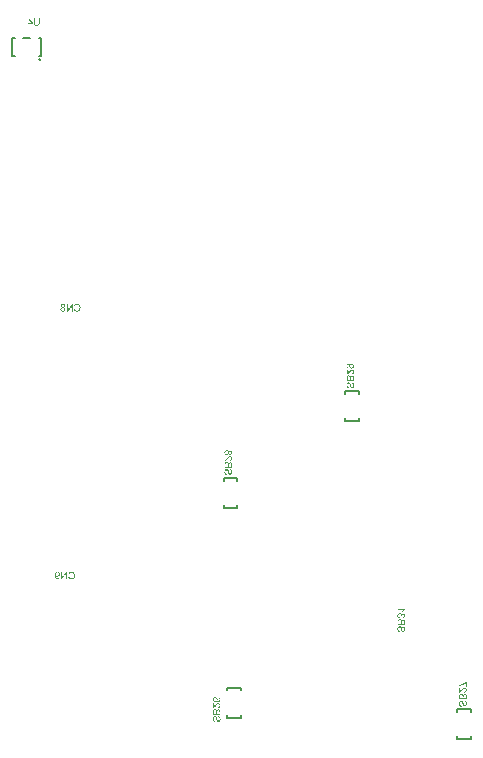
<source format=gbr>
%TF.GenerationSoftware,Altium Limited,Altium Designer,19.1.6 (110)*%
G04 Layer_Color=32896*
%FSLAX26Y26*%
%MOIN*%
%TF.FileFunction,Legend,Bot*%
%TF.Part,Single*%
G01*
G75*
%TA.AperFunction,NonConductor*%
%ADD61C,0.004724*%
%ADD62C,0.005000*%
G36*
X456936Y2791567D02*
X457534Y2791493D01*
X458095Y2791380D01*
X458619Y2791231D01*
X459591Y2790857D01*
X460003Y2790632D01*
X460414Y2790445D01*
X460751Y2790221D01*
X461050Y2789997D01*
X461312Y2789810D01*
X461536Y2789623D01*
X461723Y2789473D01*
X461835Y2789361D01*
X461910Y2789286D01*
X461947Y2789249D01*
X462359Y2788800D01*
X462695Y2788314D01*
X462995Y2787827D01*
X463257Y2787304D01*
X463443Y2786818D01*
X463630Y2786294D01*
X463892Y2785322D01*
X464005Y2784873D01*
X464079Y2784461D01*
X464117Y2784087D01*
X464154Y2783751D01*
X464192Y2783489D01*
Y2783302D01*
Y2783152D01*
Y2783115D01*
X464154Y2782442D01*
X464117Y2781806D01*
X464005Y2781208D01*
X463855Y2780609D01*
X463705Y2780086D01*
X463518Y2779599D01*
X463331Y2779151D01*
X463107Y2778739D01*
X462920Y2778365D01*
X462733Y2778066D01*
X462546Y2777767D01*
X462396Y2777542D01*
X462247Y2777355D01*
X462135Y2777243D01*
X462097Y2777168D01*
X462060Y2777131D01*
X461648Y2776720D01*
X461200Y2776383D01*
X460751Y2776084D01*
X460302Y2775822D01*
X459853Y2775635D01*
X459442Y2775448D01*
X458582Y2775186D01*
X458207Y2775074D01*
X457871Y2774999D01*
X457534Y2774962D01*
X457272Y2774924D01*
X457048Y2774887D01*
X456749D01*
X456076Y2774924D01*
X455402Y2775037D01*
X454841Y2775186D01*
X454318Y2775336D01*
X453869Y2775485D01*
X453533Y2775635D01*
X453346Y2775747D01*
X453271Y2775785D01*
X452710Y2776159D01*
X452186Y2776570D01*
X451775Y2776944D01*
X451401Y2777318D01*
X451101Y2777655D01*
X450914Y2777954D01*
X450765Y2778103D01*
X450728Y2778178D01*
Y2777916D01*
Y2777729D01*
Y2777617D01*
Y2777580D01*
X450765Y2776869D01*
X450802Y2776159D01*
X450877Y2775523D01*
X450952Y2774962D01*
X451064Y2774476D01*
X451139Y2774102D01*
X451176Y2773952D01*
Y2773840D01*
X451214Y2773802D01*
Y2773765D01*
X451401Y2773129D01*
X451588Y2772531D01*
X451775Y2772045D01*
X451924Y2771633D01*
X452111Y2771297D01*
X452224Y2771035D01*
X452298Y2770885D01*
X452336Y2770848D01*
X452598Y2770474D01*
X452897Y2770137D01*
X453196Y2769838D01*
X453458Y2769576D01*
X453719Y2769389D01*
X453906Y2769240D01*
X454056Y2769165D01*
X454094Y2769127D01*
X454505Y2768903D01*
X454954Y2768753D01*
X455365Y2768641D01*
X455776Y2768566D01*
X456113Y2768529D01*
X456375Y2768492D01*
X456637D01*
X457235Y2768529D01*
X457759Y2768641D01*
X458207Y2768791D01*
X458619Y2768940D01*
X458918Y2769090D01*
X459180Y2769240D01*
X459329Y2769352D01*
X459367Y2769389D01*
X459741Y2769801D01*
X460040Y2770249D01*
X460264Y2770773D01*
X460452Y2771259D01*
X460601Y2771708D01*
X460713Y2772082D01*
X460751Y2772232D01*
Y2772344D01*
X460788Y2772381D01*
Y2772419D01*
X463743Y2772194D01*
X463556Y2771147D01*
X463219Y2770212D01*
X462882Y2769427D01*
X462471Y2768753D01*
X462097Y2768230D01*
X461798Y2767856D01*
X461686Y2767744D01*
X461574Y2767631D01*
X461536Y2767594D01*
X461499Y2767557D01*
X461125Y2767257D01*
X460751Y2767033D01*
X459965Y2766622D01*
X459142Y2766360D01*
X458394Y2766135D01*
X457721Y2766023D01*
X457422Y2765986D01*
X457160D01*
X456973Y2765948D01*
X456674D01*
X455664Y2766023D01*
X454729Y2766173D01*
X453906Y2766397D01*
X453196Y2766696D01*
X452598Y2766958D01*
X452373Y2767070D01*
X452186Y2767183D01*
X452036Y2767257D01*
X451887Y2767332D01*
X451849Y2767407D01*
X451812D01*
X451101Y2768043D01*
X450466Y2768716D01*
X449942Y2769427D01*
X449493Y2770137D01*
X449157Y2770773D01*
X449007Y2771035D01*
X448895Y2771297D01*
X448820Y2771484D01*
X448745Y2771633D01*
X448708Y2771708D01*
Y2771745D01*
X448521Y2772306D01*
X448334Y2772905D01*
X448072Y2774176D01*
X447885Y2775448D01*
X447773Y2776682D01*
X447698Y2777243D01*
X447661Y2777767D01*
Y2778253D01*
X447623Y2778664D01*
Y2779001D01*
Y2779225D01*
Y2779412D01*
Y2779450D01*
Y2780273D01*
X447661Y2781058D01*
X447736Y2781806D01*
X447773Y2782479D01*
X447885Y2783115D01*
X447960Y2783713D01*
X448072Y2784237D01*
X448147Y2784686D01*
X448259Y2785097D01*
X448371Y2785471D01*
X448446Y2785770D01*
X448521Y2786032D01*
X448596Y2786219D01*
X448671Y2786369D01*
X448708Y2786444D01*
Y2786481D01*
X449157Y2787341D01*
X449643Y2788127D01*
X450166Y2788762D01*
X450653Y2789286D01*
X451101Y2789697D01*
X451476Y2790034D01*
X451625Y2790109D01*
X451737Y2790184D01*
X451775Y2790258D01*
X451812D01*
X452598Y2790707D01*
X453346Y2791044D01*
X454131Y2791268D01*
X454804Y2791455D01*
X455402Y2791530D01*
X455664Y2791567D01*
X455889D01*
X456076Y2791605D01*
X456300D01*
X456936Y2791567D01*
D02*
G37*
G36*
X488352Y2766360D02*
X485173D01*
Y2786107D01*
X471933Y2766360D01*
X468530D01*
Y2791530D01*
X471709D01*
Y2771745D01*
X484986Y2791530D01*
X488352D01*
Y2766360D01*
D02*
G37*
G36*
X504060Y2791904D02*
X505182Y2791754D01*
X506229Y2791493D01*
X506678Y2791343D01*
X507127Y2791231D01*
X507501Y2791081D01*
X507875Y2790932D01*
X508174Y2790819D01*
X508436Y2790670D01*
X508660Y2790595D01*
X508810Y2790520D01*
X508885Y2790445D01*
X508922D01*
X509894Y2789810D01*
X510755Y2789099D01*
X511502Y2788351D01*
X512101Y2787640D01*
X512550Y2787005D01*
X512737Y2786705D01*
X512924Y2786481D01*
X513036Y2786257D01*
X513111Y2786107D01*
X513186Y2786032D01*
Y2785995D01*
X513672Y2784873D01*
X514046Y2783713D01*
X514308Y2782554D01*
X514495Y2781469D01*
X514569Y2780983D01*
X514607Y2780534D01*
X514644Y2780160D01*
Y2779824D01*
X514682Y2779525D01*
Y2779338D01*
Y2779188D01*
Y2779151D01*
X514607Y2777804D01*
X514457Y2776570D01*
X514270Y2775411D01*
X514158Y2774887D01*
X514008Y2774401D01*
X513896Y2773952D01*
X513784Y2773578D01*
X513672Y2773204D01*
X513559Y2772942D01*
X513485Y2772680D01*
X513410Y2772531D01*
X513372Y2772419D01*
Y2772381D01*
X512812Y2771259D01*
X512213Y2770324D01*
X511540Y2769501D01*
X510904Y2768828D01*
X510343Y2768267D01*
X510119Y2768080D01*
X509894Y2767893D01*
X509707Y2767781D01*
X509595Y2767669D01*
X509520Y2767631D01*
X509483Y2767594D01*
X508997Y2767295D01*
X508473Y2767070D01*
X507389Y2766659D01*
X506267Y2766360D01*
X505219Y2766173D01*
X504733Y2766098D01*
X504284Y2766023D01*
X503873Y2765986D01*
X503536D01*
X503237Y2765948D01*
X502863D01*
X502152Y2765986D01*
X501442Y2766023D01*
X500806Y2766135D01*
X500170Y2766285D01*
X499572Y2766435D01*
X499048Y2766622D01*
X498525Y2766809D01*
X498076Y2767033D01*
X497627Y2767220D01*
X497291Y2767407D01*
X496954Y2767594D01*
X496692Y2767744D01*
X496468Y2767893D01*
X496318Y2768005D01*
X496243Y2768043D01*
X496206Y2768080D01*
X495720Y2768492D01*
X495271Y2768978D01*
X494860Y2769464D01*
X494448Y2769988D01*
X493812Y2770997D01*
X493289Y2772007D01*
X493064Y2772493D01*
X492915Y2772905D01*
X492765Y2773316D01*
X492615Y2773653D01*
X492541Y2773952D01*
X492466Y2774139D01*
X492428Y2774289D01*
Y2774326D01*
X495757Y2775186D01*
X496056Y2774064D01*
X496468Y2773092D01*
X496916Y2772269D01*
X497365Y2771596D01*
X497777Y2771072D01*
X497926Y2770885D01*
X498113Y2770698D01*
X498226Y2770586D01*
X498338Y2770474D01*
X498375Y2770436D01*
X498413Y2770399D01*
X498786Y2770100D01*
X499161Y2769875D01*
X499983Y2769464D01*
X500769Y2769202D01*
X501479Y2768978D01*
X502152Y2768866D01*
X502414Y2768828D01*
X502676D01*
X502863Y2768791D01*
X503125D01*
X503985Y2768828D01*
X504771Y2768978D01*
X505519Y2769165D01*
X506154Y2769389D01*
X506678Y2769576D01*
X507089Y2769763D01*
X507239Y2769838D01*
X507351Y2769913D01*
X507389Y2769950D01*
X507426D01*
X508099Y2770436D01*
X508697Y2771035D01*
X509184Y2771596D01*
X509595Y2772194D01*
X509894Y2772718D01*
X510119Y2773167D01*
X510193Y2773316D01*
X510268Y2773428D01*
X510306Y2773503D01*
Y2773541D01*
X510605Y2774476D01*
X510829Y2775411D01*
X511016Y2776383D01*
X511128Y2777243D01*
X511166Y2777655D01*
X511203Y2777991D01*
Y2778328D01*
X511241Y2778627D01*
Y2778851D01*
Y2779001D01*
Y2779113D01*
Y2779151D01*
X511203Y2780086D01*
X511128Y2780946D01*
X510979Y2781769D01*
X510829Y2782517D01*
X510717Y2783115D01*
X510642Y2783377D01*
X510567Y2783564D01*
X510530Y2783751D01*
X510493Y2783863D01*
X510455Y2783938D01*
Y2783975D01*
X510119Y2784798D01*
X509707Y2785546D01*
X509259Y2786182D01*
X508810Y2786743D01*
X508398Y2787154D01*
X508024Y2787453D01*
X507800Y2787640D01*
X507762Y2787715D01*
X507725D01*
X506940Y2788201D01*
X506154Y2788538D01*
X505332Y2788800D01*
X504546Y2788949D01*
X503873Y2789062D01*
X503611Y2789099D01*
X503349D01*
X503162Y2789136D01*
X502863D01*
X501966Y2789099D01*
X501143Y2788949D01*
X500432Y2788725D01*
X499834Y2788501D01*
X499348Y2788276D01*
X499011Y2788052D01*
X498786Y2787902D01*
X498712Y2787865D01*
X498113Y2787341D01*
X497590Y2786705D01*
X497141Y2786032D01*
X496804Y2785396D01*
X496505Y2784798D01*
X496393Y2784536D01*
X496281Y2784312D01*
X496206Y2784125D01*
X496168Y2783975D01*
X496131Y2783900D01*
Y2783863D01*
X492840Y2784648D01*
X493064Y2785284D01*
X493289Y2785883D01*
X493550Y2786444D01*
X493850Y2786967D01*
X494149Y2787453D01*
X494448Y2787865D01*
X494747Y2788276D01*
X495046Y2788650D01*
X495346Y2788949D01*
X495608Y2789249D01*
X495832Y2789473D01*
X496056Y2789697D01*
X496206Y2789847D01*
X496356Y2789959D01*
X496430Y2789997D01*
X496468Y2790034D01*
X496954Y2790371D01*
X497478Y2790670D01*
X498001Y2790932D01*
X498525Y2791156D01*
X499609Y2791493D01*
X500582Y2791754D01*
X501068Y2791829D01*
X501479Y2791867D01*
X501853Y2791904D01*
X502190Y2791941D01*
X502452Y2791979D01*
X502826D01*
X504060Y2791904D01*
D02*
G37*
G36*
X507028Y3658833D02*
X503849D01*
Y3678580D01*
X490609Y3658833D01*
X487206D01*
Y3684003D01*
X490385D01*
Y3664218D01*
X503662Y3684003D01*
X507028D01*
Y3658833D01*
D02*
G37*
G36*
X522736Y3684377D02*
X523858Y3684227D01*
X524905Y3683966D01*
X525354Y3683816D01*
X525803Y3683704D01*
X526177Y3683554D01*
X526551Y3683405D01*
X526850Y3683292D01*
X527112Y3683143D01*
X527336Y3683068D01*
X527486Y3682993D01*
X527561Y3682918D01*
X527598D01*
X528570Y3682283D01*
X529431Y3681572D01*
X530179Y3680824D01*
X530777Y3680113D01*
X531226Y3679478D01*
X531413Y3679178D01*
X531600Y3678954D01*
X531712Y3678730D01*
X531787Y3678580D01*
X531862Y3678505D01*
Y3678468D01*
X532348Y3677346D01*
X532722Y3676186D01*
X532984Y3675027D01*
X533171Y3673942D01*
X533245Y3673456D01*
X533283Y3673007D01*
X533320Y3672633D01*
Y3672297D01*
X533358Y3671998D01*
Y3671811D01*
Y3671661D01*
Y3671624D01*
X533283Y3670277D01*
X533133Y3669043D01*
X532946Y3667884D01*
X532834Y3667360D01*
X532684Y3666874D01*
X532572Y3666425D01*
X532460Y3666051D01*
X532348Y3665677D01*
X532236Y3665415D01*
X532161Y3665153D01*
X532086Y3665004D01*
X532049Y3664892D01*
Y3664854D01*
X531488Y3663732D01*
X530889Y3662797D01*
X530216Y3661974D01*
X529580Y3661301D01*
X529019Y3660740D01*
X528795Y3660553D01*
X528570Y3660366D01*
X528383Y3660254D01*
X528271Y3660142D01*
X528196Y3660104D01*
X528159Y3660067D01*
X527673Y3659768D01*
X527149Y3659543D01*
X526065Y3659132D01*
X524943Y3658833D01*
X523895Y3658646D01*
X523409Y3658571D01*
X522960Y3658496D01*
X522549Y3658459D01*
X522212D01*
X521913Y3658421D01*
X521539D01*
X520829Y3658459D01*
X520118Y3658496D01*
X519482Y3658608D01*
X518846Y3658758D01*
X518248Y3658908D01*
X517724Y3659095D01*
X517201Y3659282D01*
X516752Y3659506D01*
X516303Y3659693D01*
X515967Y3659880D01*
X515630Y3660067D01*
X515368Y3660217D01*
X515144Y3660366D01*
X514994Y3660478D01*
X514919Y3660516D01*
X514882Y3660553D01*
X514396Y3660965D01*
X513947Y3661451D01*
X513536Y3661937D01*
X513124Y3662461D01*
X512488Y3663470D01*
X511965Y3664480D01*
X511740Y3664966D01*
X511591Y3665378D01*
X511441Y3665789D01*
X511292Y3666126D01*
X511217Y3666425D01*
X511142Y3666612D01*
X511105Y3666762D01*
Y3666799D01*
X514433Y3667659D01*
X514732Y3666537D01*
X515144Y3665565D01*
X515593Y3664742D01*
X516041Y3664069D01*
X516453Y3663545D01*
X516602Y3663358D01*
X516789Y3663171D01*
X516902Y3663059D01*
X517014Y3662947D01*
X517051Y3662909D01*
X517089Y3662872D01*
X517463Y3662573D01*
X517837Y3662348D01*
X518659Y3661937D01*
X519445Y3661675D01*
X520155Y3661451D01*
X520829Y3661339D01*
X521090Y3661301D01*
X521352D01*
X521539Y3661264D01*
X521801D01*
X522661Y3661301D01*
X523447Y3661451D01*
X524195Y3661638D01*
X524830Y3661862D01*
X525354Y3662049D01*
X525765Y3662236D01*
X525915Y3662311D01*
X526027Y3662386D01*
X526065Y3662423D01*
X526102D01*
X526775Y3662909D01*
X527374Y3663508D01*
X527860Y3664069D01*
X528271Y3664667D01*
X528570Y3665191D01*
X528795Y3665640D01*
X528870Y3665789D01*
X528944Y3665901D01*
X528982Y3665976D01*
Y3666014D01*
X529281Y3666949D01*
X529505Y3667884D01*
X529692Y3668856D01*
X529805Y3669716D01*
X529842Y3670128D01*
X529879Y3670464D01*
Y3670801D01*
X529917Y3671100D01*
Y3671324D01*
Y3671474D01*
Y3671586D01*
Y3671624D01*
X529879Y3672559D01*
X529805Y3673419D01*
X529655Y3674242D01*
X529505Y3674990D01*
X529393Y3675588D01*
X529318Y3675850D01*
X529244Y3676037D01*
X529206Y3676224D01*
X529169Y3676336D01*
X529131Y3676411D01*
Y3676448D01*
X528795Y3677271D01*
X528383Y3678019D01*
X527935Y3678655D01*
X527486Y3679216D01*
X527074Y3679627D01*
X526700Y3679926D01*
X526476Y3680113D01*
X526439Y3680188D01*
X526401D01*
X525616Y3680674D01*
X524830Y3681011D01*
X524008Y3681273D01*
X523222Y3681422D01*
X522549Y3681535D01*
X522287Y3681572D01*
X522025D01*
X521838Y3681609D01*
X521539D01*
X520642Y3681572D01*
X519819Y3681422D01*
X519108Y3681198D01*
X518510Y3680974D01*
X518024Y3680749D01*
X517687Y3680525D01*
X517463Y3680375D01*
X517388Y3680338D01*
X516789Y3679814D01*
X516266Y3679178D01*
X515817Y3678505D01*
X515480Y3677869D01*
X515181Y3677271D01*
X515069Y3677009D01*
X514957Y3676785D01*
X514882Y3676598D01*
X514845Y3676448D01*
X514807Y3676373D01*
Y3676336D01*
X511516Y3677121D01*
X511740Y3677757D01*
X511965Y3678356D01*
X512227Y3678917D01*
X512526Y3679440D01*
X512825Y3679926D01*
X513124Y3680338D01*
X513423Y3680749D01*
X513723Y3681123D01*
X514022Y3681422D01*
X514284Y3681722D01*
X514508Y3681946D01*
X514732Y3682170D01*
X514882Y3682320D01*
X515032Y3682432D01*
X515106Y3682470D01*
X515144Y3682507D01*
X515630Y3682844D01*
X516154Y3683143D01*
X516677Y3683405D01*
X517201Y3683629D01*
X518285Y3683966D01*
X519258Y3684227D01*
X519744Y3684302D01*
X520155Y3684340D01*
X520529Y3684377D01*
X520866Y3684414D01*
X521128Y3684452D01*
X521502D01*
X522736Y3684377D01*
D02*
G37*
G36*
X475275Y3684040D02*
X475836Y3684003D01*
X476884Y3683779D01*
X477781Y3683479D01*
X478193Y3683330D01*
X478529Y3683143D01*
X478866Y3682956D01*
X479165Y3682806D01*
X479389Y3682657D01*
X479576Y3682507D01*
X479726Y3682395D01*
X479876Y3682283D01*
X479913Y3682245D01*
X479950Y3682208D01*
X480287Y3681834D01*
X480586Y3681460D01*
X480848Y3681086D01*
X481072Y3680712D01*
X481409Y3679926D01*
X481633Y3679178D01*
X481783Y3678543D01*
X481820Y3678281D01*
X481858Y3678019D01*
X481895Y3677832D01*
Y3677682D01*
Y3677608D01*
Y3677570D01*
X481858Y3676934D01*
X481746Y3676336D01*
X481596Y3675812D01*
X481446Y3675364D01*
X481297Y3674990D01*
X481147Y3674690D01*
X481035Y3674541D01*
X480998Y3674466D01*
X480586Y3674017D01*
X480137Y3673606D01*
X479689Y3673269D01*
X479202Y3672970D01*
X478791Y3672746D01*
X478417Y3672596D01*
X478193Y3672484D01*
X478155Y3672446D01*
X478118D01*
X478941Y3672185D01*
X479651Y3671848D01*
X480250Y3671474D01*
X480773Y3671100D01*
X481147Y3670763D01*
X481446Y3670464D01*
X481596Y3670277D01*
X481671Y3670240D01*
Y3670202D01*
X482082Y3669567D01*
X482381Y3668856D01*
X482606Y3668183D01*
X482755Y3667547D01*
X482830Y3666949D01*
X482868Y3666724D01*
Y3666500D01*
X482905Y3666313D01*
Y3666201D01*
Y3666126D01*
Y3666088D01*
X482868Y3665490D01*
X482793Y3664892D01*
X482681Y3664368D01*
X482531Y3663844D01*
X482194Y3662909D01*
X481970Y3662498D01*
X481746Y3662124D01*
X481559Y3661750D01*
X481334Y3661451D01*
X481147Y3661189D01*
X480960Y3661002D01*
X480848Y3660815D01*
X480736Y3660703D01*
X480661Y3660628D01*
X480624Y3660591D01*
X480175Y3660217D01*
X479726Y3659880D01*
X479202Y3659581D01*
X478716Y3659356D01*
X478230Y3659132D01*
X477706Y3658945D01*
X476771Y3658683D01*
X476323Y3658608D01*
X475911Y3658534D01*
X475537Y3658496D01*
X475238Y3658459D01*
X474976Y3658421D01*
X474602D01*
X473929Y3658459D01*
X473293Y3658534D01*
X472657Y3658608D01*
X472096Y3658758D01*
X471573Y3658908D01*
X471087Y3659095D01*
X470638Y3659319D01*
X470226Y3659506D01*
X469852Y3659693D01*
X469516Y3659917D01*
X469254Y3660104D01*
X469030Y3660254D01*
X468843Y3660404D01*
X468730Y3660516D01*
X468656Y3660553D01*
X468618Y3660591D01*
X468207Y3661002D01*
X467870Y3661451D01*
X467534Y3661900D01*
X467272Y3662386D01*
X467047Y3662835D01*
X466860Y3663283D01*
X466599Y3664144D01*
X466486Y3664518D01*
X466412Y3664892D01*
X466374Y3665191D01*
X466337Y3665490D01*
X466299Y3665714D01*
Y3665864D01*
Y3665976D01*
Y3666014D01*
X466337Y3666836D01*
X466486Y3667622D01*
X466673Y3668295D01*
X466898Y3668893D01*
X467160Y3669380D01*
X467347Y3669716D01*
X467496Y3669941D01*
X467534Y3670015D01*
X468020Y3670614D01*
X468581Y3671100D01*
X469179Y3671511D01*
X469740Y3671848D01*
X470264Y3672110D01*
X470713Y3672297D01*
X470862Y3672372D01*
X470974Y3672409D01*
X471049Y3672446D01*
X471087D01*
X470413Y3672746D01*
X469852Y3673045D01*
X469366Y3673381D01*
X468992Y3673718D01*
X468693Y3673980D01*
X468469Y3674204D01*
X468319Y3674391D01*
X468282Y3674429D01*
X467982Y3674952D01*
X467758Y3675476D01*
X467571Y3675962D01*
X467459Y3676448D01*
X467384Y3676860D01*
X467347Y3677196D01*
Y3677421D01*
Y3677458D01*
Y3677495D01*
X467384Y3677982D01*
X467421Y3678468D01*
X467646Y3679365D01*
X467982Y3680151D01*
X468356Y3680824D01*
X468730Y3681385D01*
X468880Y3681609D01*
X469067Y3681796D01*
X469179Y3681946D01*
X469291Y3682058D01*
X469329Y3682096D01*
X469366Y3682133D01*
X469740Y3682470D01*
X470189Y3682769D01*
X470600Y3683031D01*
X471049Y3683255D01*
X471947Y3683592D01*
X472770Y3683853D01*
X473518Y3683966D01*
X473854Y3684003D01*
X474116Y3684040D01*
X474340Y3684078D01*
X474677D01*
X475275Y3684040D01*
D02*
G37*
G36*
X1434974Y3485400D02*
X1435722Y3485325D01*
X1436395Y3485288D01*
X1437031Y3485176D01*
X1437629Y3485101D01*
X1438153Y3484989D01*
X1438602Y3484914D01*
X1439013Y3484802D01*
X1439387Y3484689D01*
X1439686Y3484615D01*
X1439948Y3484540D01*
X1440135Y3484465D01*
X1440285Y3484390D01*
X1440359Y3484353D01*
X1440397D01*
X1441257Y3483904D01*
X1442042Y3483418D01*
X1442678Y3482894D01*
X1443202Y3482408D01*
X1443613Y3481959D01*
X1443950Y3481585D01*
X1444025Y3481436D01*
X1444099Y3481323D01*
X1444174Y3481286D01*
Y3481249D01*
X1444623Y3480463D01*
X1444960Y3479715D01*
X1445184Y3478930D01*
X1445371Y3478257D01*
X1445446Y3477658D01*
X1445483Y3477396D01*
Y3477172D01*
X1445521Y3476985D01*
Y3476761D01*
X1445483Y3476125D01*
X1445408Y3475526D01*
X1445296Y3474965D01*
X1445147Y3474442D01*
X1444773Y3473470D01*
X1444548Y3473058D01*
X1444361Y3472647D01*
X1444137Y3472310D01*
X1443912Y3472011D01*
X1443725Y3471749D01*
X1443538Y3471525D01*
X1443389Y3471338D01*
X1443277Y3471226D01*
X1443202Y3471151D01*
X1443164Y3471113D01*
X1442716Y3470702D01*
X1442229Y3470365D01*
X1441743Y3470066D01*
X1441220Y3469804D01*
X1440733Y3469617D01*
X1440210Y3469430D01*
X1439237Y3469169D01*
X1438789Y3469056D01*
X1438377Y3468981D01*
X1438003Y3468944D01*
X1437667Y3468907D01*
X1437405Y3468869D01*
X1437218D01*
X1437068D01*
X1437031D01*
X1436358Y3468907D01*
X1435722Y3468944D01*
X1435123Y3469056D01*
X1434525Y3469206D01*
X1434001Y3469356D01*
X1433515Y3469543D01*
X1433066Y3469729D01*
X1432655Y3469954D01*
X1432281Y3470141D01*
X1431982Y3470328D01*
X1431683Y3470515D01*
X1431458Y3470664D01*
X1431271Y3470814D01*
X1431159Y3470926D01*
X1431084Y3470964D01*
X1431047Y3471001D01*
X1430635Y3471412D01*
X1430299Y3471861D01*
X1430000Y3472310D01*
X1429738Y3472759D01*
X1429551Y3473208D01*
X1429364Y3473619D01*
X1429102Y3474479D01*
X1428990Y3474853D01*
X1428915Y3475190D01*
X1428878Y3475526D01*
X1428840Y3475788D01*
X1428803Y3476013D01*
Y3476312D01*
X1428840Y3476985D01*
X1428952Y3477658D01*
X1429102Y3478219D01*
X1429252Y3478743D01*
X1429401Y3479192D01*
X1429551Y3479528D01*
X1429663Y3479715D01*
X1429700Y3479790D01*
X1430074Y3480351D01*
X1430486Y3480875D01*
X1430860Y3481286D01*
X1431234Y3481660D01*
X1431570Y3481959D01*
X1431870Y3482146D01*
X1432019Y3482296D01*
X1432094Y3482333D01*
X1431832D01*
X1431645D01*
X1431533D01*
X1431496D01*
X1430785Y3482296D01*
X1430074Y3482258D01*
X1429439Y3482184D01*
X1428878Y3482109D01*
X1428391Y3481997D01*
X1428017Y3481922D01*
X1427868Y3481885D01*
X1427756D01*
X1427718Y3481847D01*
X1427681D01*
X1427045Y3481660D01*
X1426447Y3481473D01*
X1425960Y3481286D01*
X1425549Y3481137D01*
X1425212Y3480950D01*
X1424951Y3480837D01*
X1424801Y3480762D01*
X1424764Y3480725D01*
X1424390Y3480463D01*
X1424053Y3480164D01*
X1423754Y3479865D01*
X1423492Y3479603D01*
X1423305Y3479341D01*
X1423155Y3479154D01*
X1423081Y3479005D01*
X1423043Y3478967D01*
X1422819Y3478556D01*
X1422669Y3478107D01*
X1422557Y3477696D01*
X1422482Y3477284D01*
X1422445Y3476948D01*
X1422407Y3476686D01*
Y3476424D01*
X1422445Y3475826D01*
X1422557Y3475302D01*
X1422707Y3474853D01*
X1422856Y3474442D01*
X1423006Y3474143D01*
X1423155Y3473881D01*
X1423268Y3473731D01*
X1423305Y3473694D01*
X1423716Y3473320D01*
X1424165Y3473021D01*
X1424689Y3472796D01*
X1425175Y3472609D01*
X1425624Y3472460D01*
X1425998Y3472347D01*
X1426147Y3472310D01*
X1426260D01*
X1426297Y3472273D01*
X1426334D01*
X1426110Y3469318D01*
X1425063Y3469505D01*
X1424128Y3469842D01*
X1423342Y3470178D01*
X1422669Y3470590D01*
X1422146Y3470964D01*
X1421772Y3471263D01*
X1421659Y3471375D01*
X1421547Y3471487D01*
X1421510Y3471525D01*
X1421472Y3471562D01*
X1421173Y3471936D01*
X1420949Y3472310D01*
X1420537Y3473095D01*
X1420276Y3473918D01*
X1420051Y3474666D01*
X1419939Y3475340D01*
X1419902Y3475639D01*
Y3475901D01*
X1419864Y3476088D01*
Y3476387D01*
X1419939Y3477396D01*
X1420089Y3478331D01*
X1420313Y3479154D01*
X1420612Y3479865D01*
X1420874Y3480463D01*
X1420986Y3480688D01*
X1421098Y3480875D01*
X1421173Y3481024D01*
X1421248Y3481174D01*
X1421323Y3481211D01*
Y3481249D01*
X1421959Y3481959D01*
X1422632Y3482595D01*
X1423342Y3483119D01*
X1424053Y3483568D01*
X1424689Y3483904D01*
X1424951Y3484054D01*
X1425212Y3484166D01*
X1425399Y3484241D01*
X1425549Y3484316D01*
X1425624Y3484353D01*
X1425661D01*
X1426222Y3484540D01*
X1426821Y3484727D01*
X1428092Y3484989D01*
X1429364Y3485176D01*
X1430598Y3485288D01*
X1431159Y3485363D01*
X1431683Y3485400D01*
X1432169D01*
X1432580Y3485438D01*
X1432917D01*
X1433141D01*
X1433328D01*
X1433366D01*
X1434188D01*
X1434974Y3485400D01*
D02*
G37*
G36*
X1423230Y3453199D02*
X1423829Y3453610D01*
X1424128Y3453834D01*
X1424352Y3454059D01*
X1424577Y3454246D01*
X1424726Y3454396D01*
X1424838Y3454470D01*
X1424876Y3454508D01*
X1425063Y3454695D01*
X1425250Y3454882D01*
X1425736Y3455405D01*
X1426260Y3455966D01*
X1426783Y3456565D01*
X1427269Y3457163D01*
X1427681Y3457612D01*
X1427830Y3457799D01*
X1427943Y3457948D01*
X1428017Y3458023D01*
X1428055Y3458061D01*
X1428578Y3458659D01*
X1429065Y3459220D01*
X1429513Y3459744D01*
X1429925Y3460193D01*
X1430336Y3460641D01*
X1430673Y3461015D01*
X1431009Y3461389D01*
X1431309Y3461689D01*
X1431570Y3461950D01*
X1431795Y3462175D01*
X1432019Y3462399D01*
X1432169Y3462549D01*
X1432393Y3462736D01*
X1432468Y3462811D01*
X1433066Y3463297D01*
X1433627Y3463745D01*
X1434151Y3464082D01*
X1434637Y3464381D01*
X1435011Y3464606D01*
X1435273Y3464755D01*
X1435460Y3464830D01*
X1435535Y3464867D01*
X1436096Y3465092D01*
X1436619Y3465242D01*
X1437106Y3465354D01*
X1437592Y3465428D01*
X1437966Y3465466D01*
X1438265Y3465503D01*
X1438452D01*
X1438527D01*
X1439088Y3465466D01*
X1439574Y3465428D01*
X1440098Y3465316D01*
X1440546Y3465167D01*
X1441407Y3464830D01*
X1442117Y3464456D01*
X1442416Y3464232D01*
X1442716Y3464045D01*
X1442940Y3463858D01*
X1443127Y3463708D01*
X1443314Y3463559D01*
X1443426Y3463446D01*
X1443464Y3463409D01*
X1443501Y3463372D01*
X1443875Y3462960D01*
X1444174Y3462511D01*
X1444436Y3462062D01*
X1444660Y3461614D01*
X1445034Y3460641D01*
X1445259Y3459744D01*
X1445371Y3459295D01*
X1445408Y3458921D01*
X1445446Y3458547D01*
X1445483Y3458248D01*
X1445521Y3457986D01*
Y3457649D01*
X1445483Y3456976D01*
X1445446Y3456378D01*
X1445334Y3455779D01*
X1445221Y3455256D01*
X1445072Y3454732D01*
X1444922Y3454246D01*
X1444773Y3453834D01*
X1444586Y3453461D01*
X1444399Y3453086D01*
X1444249Y3452787D01*
X1444099Y3452526D01*
X1443950Y3452301D01*
X1443838Y3452151D01*
X1443725Y3452039D01*
X1443688Y3451965D01*
X1443651Y3451927D01*
X1443277Y3451553D01*
X1442865Y3451216D01*
X1442454Y3450917D01*
X1442005Y3450655D01*
X1441107Y3450207D01*
X1440247Y3449907D01*
X1439462Y3449720D01*
X1439125Y3449646D01*
X1438826Y3449571D01*
X1438564Y3449534D01*
X1438377Y3449496D01*
X1438265D01*
X1438228D01*
X1437891Y3452675D01*
X1438714Y3452750D01*
X1439462Y3452899D01*
X1440098Y3453086D01*
X1440621Y3453348D01*
X1441033Y3453573D01*
X1441332Y3453797D01*
X1441519Y3453947D01*
X1441594Y3453984D01*
X1442042Y3454508D01*
X1442379Y3455106D01*
X1442641Y3455704D01*
X1442790Y3456303D01*
X1442903Y3456789D01*
X1442940Y3457200D01*
X1442977Y3457350D01*
Y3457575D01*
X1442940Y3458323D01*
X1442790Y3458996D01*
X1442566Y3459557D01*
X1442342Y3460080D01*
X1442117Y3460454D01*
X1441893Y3460753D01*
X1441743Y3460903D01*
X1441706Y3460978D01*
X1441220Y3461427D01*
X1440696Y3461763D01*
X1440172Y3461988D01*
X1439686Y3462175D01*
X1439237Y3462249D01*
X1438901Y3462287D01*
X1438676Y3462324D01*
X1438639D01*
X1438602D01*
X1437928Y3462249D01*
X1437293Y3462100D01*
X1436657Y3461876D01*
X1436058Y3461614D01*
X1435572Y3461314D01*
X1435198Y3461090D01*
X1435049Y3461015D01*
X1434936Y3460941D01*
X1434899Y3460866D01*
X1434862D01*
X1434488Y3460566D01*
X1434076Y3460193D01*
X1433665Y3459818D01*
X1433216Y3459370D01*
X1432318Y3458472D01*
X1431496Y3457537D01*
X1430710Y3456714D01*
X1430374Y3456340D01*
X1430112Y3456004D01*
X1429887Y3455704D01*
X1429700Y3455517D01*
X1429588Y3455368D01*
X1429551Y3455331D01*
X1428765Y3454396D01*
X1428055Y3453573D01*
X1427382Y3452862D01*
X1426821Y3452301D01*
X1426372Y3451852D01*
X1426035Y3451516D01*
X1425811Y3451329D01*
X1425773Y3451254D01*
X1425736D01*
X1425138Y3450768D01*
X1424539Y3450356D01*
X1423978Y3450020D01*
X1423455Y3449720D01*
X1423043Y3449496D01*
X1422707Y3449347D01*
X1422482Y3449272D01*
X1422445Y3449234D01*
X1422407D01*
X1422033Y3449122D01*
X1421622Y3449010D01*
X1421285Y3448972D01*
X1420949Y3448935D01*
X1420687Y3448898D01*
X1420463D01*
X1420313D01*
X1420276D01*
Y3465541D01*
X1423230D01*
Y3453199D01*
D02*
G37*
G36*
X1428354Y3445943D02*
X1429065Y3445794D01*
X1429700Y3445569D01*
X1430261Y3445345D01*
X1430710Y3445120D01*
X1431047Y3444896D01*
X1431271Y3444746D01*
X1431346Y3444709D01*
X1431907Y3444223D01*
X1432393Y3443624D01*
X1432805Y3443063D01*
X1433141Y3442502D01*
X1433366Y3441979D01*
X1433553Y3441567D01*
X1433590Y3441418D01*
X1433627Y3441305D01*
X1433665Y3441231D01*
Y3441193D01*
X1434001Y3441829D01*
X1434375Y3442353D01*
X1434749Y3442839D01*
X1435123Y3443213D01*
X1435460Y3443475D01*
X1435722Y3443699D01*
X1435871Y3443811D01*
X1435946Y3443849D01*
X1436470Y3444148D01*
X1437031Y3444372D01*
X1437517Y3444522D01*
X1438003Y3444634D01*
X1438377Y3444709D01*
X1438714Y3444746D01*
X1438901D01*
X1438976D01*
X1439611Y3444709D01*
X1440247Y3444597D01*
X1440808Y3444410D01*
X1441294Y3444260D01*
X1441706Y3444073D01*
X1442042Y3443886D01*
X1442229Y3443774D01*
X1442304Y3443736D01*
X1442865Y3443325D01*
X1443351Y3442914D01*
X1443763Y3442465D01*
X1444099Y3442016D01*
X1444324Y3441605D01*
X1444511Y3441305D01*
X1444623Y3441081D01*
X1444660Y3441044D01*
Y3441006D01*
X1444922Y3440333D01*
X1445109Y3439548D01*
X1445259Y3438800D01*
X1445334Y3438052D01*
X1445408Y3437416D01*
Y3437117D01*
X1445446Y3436892D01*
Y3426981D01*
X1420276D01*
Y3436556D01*
X1420313Y3437416D01*
X1420350Y3438201D01*
X1420425Y3438874D01*
X1420500Y3439473D01*
X1420575Y3439959D01*
X1420612Y3440296D01*
X1420687Y3440520D01*
Y3440595D01*
X1420874Y3441193D01*
X1421061Y3441754D01*
X1421248Y3442203D01*
X1421472Y3442615D01*
X1421622Y3442914D01*
X1421772Y3443175D01*
X1421884Y3443325D01*
X1421921Y3443363D01*
X1422258Y3443774D01*
X1422632Y3444148D01*
X1423006Y3444447D01*
X1423380Y3444709D01*
X1423716Y3444933D01*
X1423978Y3445083D01*
X1424165Y3445195D01*
X1424240Y3445233D01*
X1424838Y3445494D01*
X1425399Y3445681D01*
X1425960Y3445794D01*
X1426484Y3445906D01*
X1426933Y3445943D01*
X1427269Y3445981D01*
X1427494D01*
X1427531D01*
X1427569D01*
X1428354Y3445943D01*
D02*
G37*
G36*
X1428130Y3422531D02*
X1428803Y3422419D01*
X1429401Y3422231D01*
X1429925Y3422044D01*
X1430336Y3421858D01*
X1430673Y3421671D01*
X1430860Y3421558D01*
X1430935Y3421521D01*
X1431496Y3421072D01*
X1432019Y3420586D01*
X1432431Y3420025D01*
X1432805Y3419501D01*
X1433104Y3419015D01*
X1433328Y3418641D01*
X1433403Y3418492D01*
X1433478Y3418379D01*
X1433515Y3418305D01*
Y3418267D01*
X1433627Y3417968D01*
X1433777Y3417594D01*
X1433927Y3417182D01*
X1434039Y3416771D01*
X1434301Y3415836D01*
X1434562Y3414939D01*
X1434749Y3414078D01*
X1434862Y3413704D01*
X1434936Y3413368D01*
X1435011Y3413068D01*
X1435049Y3412881D01*
X1435086Y3412732D01*
Y3412695D01*
X1435273Y3411984D01*
X1435423Y3411311D01*
X1435610Y3410712D01*
X1435759Y3410189D01*
X1435909Y3409740D01*
X1436096Y3409329D01*
X1436208Y3408954D01*
X1436358Y3408655D01*
X1436470Y3408394D01*
X1436582Y3408206D01*
X1436694Y3408019D01*
X1436769Y3407907D01*
X1436881Y3407720D01*
X1436919Y3407683D01*
X1437255Y3407346D01*
X1437629Y3407122D01*
X1438003Y3406935D01*
X1438340Y3406823D01*
X1438639Y3406748D01*
X1438901Y3406711D01*
X1439050D01*
X1439125D01*
X1439686Y3406785D01*
X1440210Y3406935D01*
X1440659Y3407159D01*
X1441070Y3407421D01*
X1441369Y3407646D01*
X1441631Y3407870D01*
X1441781Y3408019D01*
X1441818Y3408094D01*
X1442005Y3408356D01*
X1442192Y3408693D01*
X1442454Y3409366D01*
X1442678Y3410077D01*
X1442790Y3410787D01*
X1442865Y3411460D01*
X1442903Y3411722D01*
X1442940Y3411984D01*
Y3412470D01*
X1442903Y3413480D01*
X1442753Y3414378D01*
X1442566Y3415163D01*
X1442342Y3415761D01*
X1442080Y3416247D01*
X1441893Y3416622D01*
X1441743Y3416809D01*
X1441706Y3416883D01*
X1441220Y3417407D01*
X1440659Y3417781D01*
X1440060Y3418080D01*
X1439499Y3418342D01*
X1438976Y3418492D01*
X1438527Y3418566D01*
X1438377Y3418604D01*
X1438265Y3418641D01*
X1438190D01*
X1438153D01*
X1438377Y3421820D01*
X1439163Y3421745D01*
X1439911Y3421558D01*
X1440584Y3421371D01*
X1441182Y3421147D01*
X1441631Y3420923D01*
X1442005Y3420735D01*
X1442229Y3420586D01*
X1442304Y3420548D01*
X1442940Y3420100D01*
X1443464Y3419576D01*
X1443912Y3419015D01*
X1444286Y3418492D01*
X1444586Y3418005D01*
X1444810Y3417631D01*
X1444885Y3417482D01*
X1444922Y3417369D01*
X1444960Y3417295D01*
Y3417257D01*
X1445259Y3416434D01*
X1445483Y3415574D01*
X1445670Y3414751D01*
X1445782Y3414003D01*
X1445857Y3413330D01*
Y3413031D01*
X1445895Y3412807D01*
Y3412320D01*
X1445857Y3411423D01*
X1445745Y3410563D01*
X1445633Y3409777D01*
X1445483Y3409067D01*
X1445296Y3408506D01*
X1445221Y3408281D01*
X1445184Y3408094D01*
X1445109Y3407945D01*
X1445072Y3407832D01*
X1445034Y3407758D01*
Y3407720D01*
X1444698Y3406972D01*
X1444286Y3406336D01*
X1443838Y3405813D01*
X1443426Y3405364D01*
X1443052Y3404990D01*
X1442753Y3404728D01*
X1442566Y3404579D01*
X1442529Y3404541D01*
X1442491D01*
X1441855Y3404205D01*
X1441257Y3403943D01*
X1440659Y3403756D01*
X1440098Y3403644D01*
X1439611Y3403569D01*
X1439275Y3403494D01*
X1439125D01*
X1439013D01*
X1438976D01*
X1438938D01*
X1438302Y3403532D01*
X1437704Y3403644D01*
X1437143Y3403756D01*
X1436694Y3403943D01*
X1436320Y3404093D01*
X1436021Y3404205D01*
X1435834Y3404317D01*
X1435759Y3404354D01*
X1435273Y3404728D01*
X1434824Y3405140D01*
X1434413Y3405588D01*
X1434076Y3406037D01*
X1433814Y3406449D01*
X1433627Y3406748D01*
X1433478Y3406972D01*
X1433440Y3407010D01*
Y3407047D01*
X1433291Y3407346D01*
X1433141Y3407646D01*
X1432879Y3408394D01*
X1432618Y3409179D01*
X1432393Y3410002D01*
X1432169Y3410750D01*
X1432094Y3411049D01*
X1432019Y3411348D01*
X1431944Y3411573D01*
X1431907Y3411760D01*
X1431870Y3411872D01*
Y3411909D01*
X1431720Y3412545D01*
X1431570Y3413106D01*
X1431458Y3413630D01*
X1431346Y3414078D01*
X1431234Y3414490D01*
X1431122Y3414864D01*
X1431009Y3415163D01*
X1430935Y3415462D01*
X1430860Y3415686D01*
X1430822Y3415911D01*
X1430710Y3416173D01*
X1430673Y3416360D01*
X1430635Y3416397D01*
X1430411Y3416958D01*
X1430149Y3417444D01*
X1429887Y3417818D01*
X1429663Y3418155D01*
X1429439Y3418379D01*
X1429289Y3418566D01*
X1429177Y3418641D01*
X1429139Y3418678D01*
X1428803Y3418903D01*
X1428466Y3419052D01*
X1428130Y3419202D01*
X1427793Y3419277D01*
X1427494Y3419314D01*
X1427269Y3419352D01*
X1427120D01*
X1427082D01*
X1426671Y3419314D01*
X1426260Y3419240D01*
X1425886Y3419127D01*
X1425549Y3418978D01*
X1425287Y3418828D01*
X1425100Y3418716D01*
X1424951Y3418641D01*
X1424913Y3418604D01*
X1424577Y3418305D01*
X1424277Y3417968D01*
X1424016Y3417594D01*
X1423791Y3417257D01*
X1423604Y3416921D01*
X1423492Y3416659D01*
X1423417Y3416509D01*
X1423380Y3416434D01*
X1423193Y3415874D01*
X1423043Y3415312D01*
X1422968Y3414751D01*
X1422894Y3414228D01*
X1422856Y3413779D01*
X1422819Y3413443D01*
Y3413106D01*
X1422856Y3412320D01*
X1422931Y3411610D01*
X1423043Y3410937D01*
X1423193Y3410376D01*
X1423342Y3409927D01*
X1423455Y3409553D01*
X1423529Y3409329D01*
X1423567Y3409291D01*
Y3409254D01*
X1423866Y3408655D01*
X1424203Y3408132D01*
X1424502Y3407683D01*
X1424838Y3407346D01*
X1425100Y3407047D01*
X1425325Y3406860D01*
X1425474Y3406748D01*
X1425512Y3406711D01*
X1425998Y3406449D01*
X1426521Y3406224D01*
X1427045Y3406037D01*
X1427531Y3405888D01*
X1427980Y3405813D01*
X1428354Y3405738D01*
X1428578Y3405701D01*
X1428616D01*
X1428653D01*
X1428391Y3402559D01*
X1427456Y3402634D01*
X1426596Y3402784D01*
X1425848Y3403008D01*
X1425175Y3403232D01*
X1424614Y3403494D01*
X1424390Y3403606D01*
X1424203Y3403718D01*
X1424016Y3403793D01*
X1423903Y3403868D01*
X1423866Y3403905D01*
X1423829D01*
X1423118Y3404429D01*
X1422520Y3405028D01*
X1421996Y3405626D01*
X1421585Y3406224D01*
X1421248Y3406748D01*
X1421024Y3407159D01*
X1420949Y3407309D01*
X1420874Y3407421D01*
X1420837Y3407496D01*
Y3407533D01*
X1420500Y3408431D01*
X1420276Y3409403D01*
X1420089Y3410376D01*
X1419976Y3411273D01*
X1419939Y3411685D01*
X1419902Y3412059D01*
Y3412395D01*
X1419864Y3412695D01*
Y3413256D01*
X1419902Y3414228D01*
X1420014Y3415163D01*
X1420163Y3415948D01*
X1420350Y3416696D01*
X1420537Y3417257D01*
X1420612Y3417519D01*
X1420687Y3417706D01*
X1420762Y3417856D01*
X1420799Y3417968D01*
X1420837Y3418043D01*
Y3418080D01*
X1421248Y3418865D01*
X1421659Y3419501D01*
X1422146Y3420100D01*
X1422557Y3420548D01*
X1422968Y3420923D01*
X1423268Y3421184D01*
X1423492Y3421371D01*
X1423529Y3421409D01*
X1423567D01*
X1424240Y3421783D01*
X1424913Y3422082D01*
X1425549Y3422269D01*
X1426147Y3422419D01*
X1426634Y3422493D01*
X1427045Y3422568D01*
X1427195D01*
X1427307D01*
X1427344D01*
X1427382D01*
X1428130Y3422531D01*
D02*
G37*
G36*
X1021509Y3196642D02*
X1022294Y3196493D01*
X1022968Y3196306D01*
X1023566Y3196081D01*
X1024052Y3195819D01*
X1024389Y3195632D01*
X1024613Y3195483D01*
X1024688Y3195445D01*
X1025286Y3194959D01*
X1025773Y3194398D01*
X1026184Y3193800D01*
X1026521Y3193239D01*
X1026782Y3192715D01*
X1026969Y3192266D01*
X1027044Y3192117D01*
X1027082Y3192005D01*
X1027119Y3191930D01*
Y3191892D01*
X1027418Y3192566D01*
X1027717Y3193127D01*
X1028054Y3193613D01*
X1028391Y3193987D01*
X1028652Y3194286D01*
X1028877Y3194510D01*
X1029064Y3194660D01*
X1029101Y3194697D01*
X1029625Y3194997D01*
X1030148Y3195221D01*
X1030635Y3195408D01*
X1031121Y3195520D01*
X1031532Y3195595D01*
X1031869Y3195632D01*
X1032093D01*
X1032131D01*
X1032168D01*
X1032654Y3195595D01*
X1033140Y3195558D01*
X1034038Y3195333D01*
X1034823Y3194997D01*
X1035497Y3194623D01*
X1036058Y3194249D01*
X1036282Y3194099D01*
X1036469Y3193912D01*
X1036619Y3193800D01*
X1036731Y3193688D01*
X1036768Y3193650D01*
X1036806Y3193613D01*
X1037142Y3193239D01*
X1037441Y3192790D01*
X1037703Y3192379D01*
X1037928Y3191930D01*
X1038264Y3191032D01*
X1038526Y3190209D01*
X1038638Y3189461D01*
X1038676Y3189125D01*
X1038713Y3188863D01*
X1038750Y3188639D01*
Y3188302D01*
X1038713Y3187704D01*
X1038676Y3187143D01*
X1038451Y3186095D01*
X1038152Y3185198D01*
X1038002Y3184786D01*
X1037815Y3184450D01*
X1037628Y3184113D01*
X1037479Y3183814D01*
X1037329Y3183590D01*
X1037180Y3183403D01*
X1037067Y3183253D01*
X1036955Y3183103D01*
X1036918Y3183066D01*
X1036880Y3183029D01*
X1036506Y3182692D01*
X1036132Y3182393D01*
X1035758Y3182131D01*
X1035384Y3181907D01*
X1034599Y3181570D01*
X1033851Y3181346D01*
X1033215Y3181196D01*
X1032953Y3181159D01*
X1032692Y3181121D01*
X1032505Y3181084D01*
X1032355D01*
X1032280D01*
X1032243D01*
X1031607Y3181121D01*
X1031009Y3181233D01*
X1030485Y3181383D01*
X1030036Y3181533D01*
X1029662Y3181682D01*
X1029363Y3181832D01*
X1029213Y3181944D01*
X1029139Y3181981D01*
X1028690Y3182393D01*
X1028278Y3182842D01*
X1027942Y3183290D01*
X1027643Y3183777D01*
X1027418Y3184188D01*
X1027269Y3184562D01*
X1027156Y3184786D01*
X1027119Y3184824D01*
Y3184861D01*
X1026857Y3184038D01*
X1026521Y3183328D01*
X1026147Y3182729D01*
X1025773Y3182206D01*
X1025436Y3181832D01*
X1025137Y3181533D01*
X1024950Y3181383D01*
X1024912Y3181308D01*
X1024875D01*
X1024239Y3180897D01*
X1023529Y3180598D01*
X1022855Y3180373D01*
X1022220Y3180224D01*
X1021621Y3180149D01*
X1021397Y3180111D01*
X1021172D01*
X1020985Y3180074D01*
X1020873D01*
X1020798D01*
X1020761D01*
X1020163Y3180111D01*
X1019564Y3180186D01*
X1019041Y3180298D01*
X1018517Y3180448D01*
X1017582Y3180785D01*
X1017171Y3181009D01*
X1016797Y3181233D01*
X1016423Y3181420D01*
X1016123Y3181645D01*
X1015862Y3181832D01*
X1015675Y3182019D01*
X1015488Y3182131D01*
X1015375Y3182243D01*
X1015301Y3182318D01*
X1015263Y3182355D01*
X1014889Y3182804D01*
X1014553Y3183253D01*
X1014253Y3183777D01*
X1014029Y3184263D01*
X1013805Y3184749D01*
X1013618Y3185273D01*
X1013356Y3186208D01*
X1013281Y3186656D01*
X1013206Y3187068D01*
X1013169Y3187442D01*
X1013131Y3187741D01*
X1013094Y3188003D01*
Y3188377D01*
X1013131Y3189050D01*
X1013206Y3189686D01*
X1013281Y3190322D01*
X1013431Y3190883D01*
X1013580Y3191406D01*
X1013767Y3191892D01*
X1013992Y3192341D01*
X1014179Y3192753D01*
X1014366Y3193127D01*
X1014590Y3193463D01*
X1014777Y3193725D01*
X1014927Y3193949D01*
X1015076Y3194136D01*
X1015188Y3194249D01*
X1015226Y3194323D01*
X1015263Y3194361D01*
X1015675Y3194772D01*
X1016123Y3195109D01*
X1016572Y3195445D01*
X1017058Y3195707D01*
X1017507Y3195932D01*
X1017956Y3196119D01*
X1018816Y3196380D01*
X1019190Y3196493D01*
X1019564Y3196567D01*
X1019863Y3196605D01*
X1020163Y3196642D01*
X1020387Y3196680D01*
X1020537D01*
X1020649D01*
X1020686D01*
X1021509Y3196642D01*
D02*
G37*
G36*
X1016460Y3164441D02*
X1017058Y3164852D01*
X1017358Y3165077D01*
X1017582Y3165301D01*
X1017806Y3165488D01*
X1017956Y3165638D01*
X1018068Y3165712D01*
X1018106Y3165750D01*
X1018293Y3165937D01*
X1018480Y3166124D01*
X1018966Y3166647D01*
X1019489Y3167208D01*
X1020013Y3167807D01*
X1020499Y3168405D01*
X1020911Y3168854D01*
X1021060Y3169041D01*
X1021172Y3169191D01*
X1021247Y3169265D01*
X1021285Y3169303D01*
X1021808Y3169901D01*
X1022294Y3170462D01*
X1022743Y3170986D01*
X1023155Y3171435D01*
X1023566Y3171883D01*
X1023903Y3172257D01*
X1024239Y3172631D01*
X1024538Y3172931D01*
X1024800Y3173192D01*
X1025025Y3173417D01*
X1025249Y3173641D01*
X1025399Y3173791D01*
X1025623Y3173978D01*
X1025698Y3174053D01*
X1026296Y3174539D01*
X1026857Y3174988D01*
X1027381Y3175324D01*
X1027867Y3175623D01*
X1028241Y3175848D01*
X1028503Y3175997D01*
X1028690Y3176072D01*
X1028765Y3176110D01*
X1029326Y3176334D01*
X1029849Y3176484D01*
X1030335Y3176596D01*
X1030822Y3176671D01*
X1031196Y3176708D01*
X1031495Y3176745D01*
X1031682D01*
X1031757D01*
X1032318Y3176708D01*
X1032804Y3176671D01*
X1033327Y3176558D01*
X1033776Y3176409D01*
X1034636Y3176072D01*
X1035347Y3175698D01*
X1035646Y3175474D01*
X1035945Y3175287D01*
X1036170Y3175100D01*
X1036357Y3174950D01*
X1036544Y3174801D01*
X1036656Y3174688D01*
X1036693Y3174651D01*
X1036731Y3174614D01*
X1037105Y3174202D01*
X1037404Y3173753D01*
X1037666Y3173305D01*
X1037890Y3172856D01*
X1038264Y3171883D01*
X1038489Y3170986D01*
X1038601Y3170537D01*
X1038638Y3170163D01*
X1038676Y3169789D01*
X1038713Y3169490D01*
X1038750Y3169228D01*
Y3168891D01*
X1038713Y3168218D01*
X1038676Y3167620D01*
X1038563Y3167021D01*
X1038451Y3166498D01*
X1038302Y3165974D01*
X1038152Y3165488D01*
X1038002Y3165077D01*
X1037815Y3164703D01*
X1037628Y3164329D01*
X1037479Y3164029D01*
X1037329Y3163768D01*
X1037180Y3163543D01*
X1037067Y3163394D01*
X1036955Y3163281D01*
X1036918Y3163207D01*
X1036880Y3163169D01*
X1036506Y3162795D01*
X1036095Y3162459D01*
X1035684Y3162159D01*
X1035235Y3161898D01*
X1034337Y3161449D01*
X1033477Y3161150D01*
X1032692Y3160963D01*
X1032355Y3160888D01*
X1032056Y3160813D01*
X1031794Y3160776D01*
X1031607Y3160738D01*
X1031495D01*
X1031457D01*
X1031121Y3163917D01*
X1031944Y3163992D01*
X1032692Y3164142D01*
X1033327Y3164329D01*
X1033851Y3164590D01*
X1034262Y3164815D01*
X1034562Y3165039D01*
X1034749Y3165189D01*
X1034823Y3165226D01*
X1035272Y3165750D01*
X1035609Y3166348D01*
X1035871Y3166947D01*
X1036020Y3167545D01*
X1036132Y3168031D01*
X1036170Y3168443D01*
X1036207Y3168592D01*
Y3168817D01*
X1036170Y3169565D01*
X1036020Y3170238D01*
X1035796Y3170799D01*
X1035571Y3171322D01*
X1035347Y3171696D01*
X1035123Y3171996D01*
X1034973Y3172145D01*
X1034936Y3172220D01*
X1034449Y3172669D01*
X1033926Y3173005D01*
X1033402Y3173230D01*
X1032916Y3173417D01*
X1032467Y3173492D01*
X1032131Y3173529D01*
X1031906Y3173566D01*
X1031869D01*
X1031831D01*
X1031158Y3173492D01*
X1030522Y3173342D01*
X1029887Y3173118D01*
X1029288Y3172856D01*
X1028802Y3172557D01*
X1028428Y3172332D01*
X1028278Y3172257D01*
X1028166Y3172183D01*
X1028129Y3172108D01*
X1028091D01*
X1027717Y3171809D01*
X1027306Y3171435D01*
X1026895Y3171061D01*
X1026446Y3170612D01*
X1025548Y3169714D01*
X1024725Y3168779D01*
X1023940Y3167956D01*
X1023603Y3167582D01*
X1023342Y3167246D01*
X1023117Y3166947D01*
X1022930Y3166760D01*
X1022818Y3166610D01*
X1022781Y3166573D01*
X1021995Y3165638D01*
X1021285Y3164815D01*
X1020611Y3164104D01*
X1020050Y3163543D01*
X1019602Y3163094D01*
X1019265Y3162758D01*
X1019041Y3162571D01*
X1019003Y3162496D01*
X1018966D01*
X1018367Y3162010D01*
X1017769Y3161598D01*
X1017208Y3161262D01*
X1016684Y3160963D01*
X1016273Y3160738D01*
X1015936Y3160589D01*
X1015712Y3160514D01*
X1015675Y3160476D01*
X1015637D01*
X1015263Y3160364D01*
X1014852Y3160252D01*
X1014515Y3160215D01*
X1014179Y3160177D01*
X1013917Y3160140D01*
X1013692D01*
X1013543D01*
X1013505D01*
Y3176783D01*
X1016460D01*
Y3164441D01*
D02*
G37*
G36*
X1021584Y3157185D02*
X1022294Y3157036D01*
X1022930Y3156811D01*
X1023491Y3156587D01*
X1023940Y3156362D01*
X1024277Y3156138D01*
X1024501Y3155988D01*
X1024576Y3155951D01*
X1025137Y3155465D01*
X1025623Y3154866D01*
X1026034Y3154305D01*
X1026371Y3153744D01*
X1026595Y3153221D01*
X1026782Y3152809D01*
X1026820Y3152660D01*
X1026857Y3152548D01*
X1026895Y3152473D01*
Y3152435D01*
X1027231Y3153071D01*
X1027605Y3153595D01*
X1027979Y3154081D01*
X1028353Y3154455D01*
X1028690Y3154717D01*
X1028952Y3154941D01*
X1029101Y3155053D01*
X1029176Y3155091D01*
X1029700Y3155390D01*
X1030261Y3155614D01*
X1030747Y3155764D01*
X1031233Y3155876D01*
X1031607Y3155951D01*
X1031944Y3155988D01*
X1032131D01*
X1032205D01*
X1032841Y3155951D01*
X1033477Y3155839D01*
X1034038Y3155652D01*
X1034524Y3155502D01*
X1034936Y3155315D01*
X1035272Y3155128D01*
X1035459Y3155016D01*
X1035534Y3154979D01*
X1036095Y3154567D01*
X1036581Y3154156D01*
X1036993Y3153707D01*
X1037329Y3153258D01*
X1037554Y3152847D01*
X1037741Y3152548D01*
X1037853Y3152323D01*
X1037890Y3152286D01*
Y3152248D01*
X1038152Y3151575D01*
X1038339Y3150790D01*
X1038489Y3150042D01*
X1038563Y3149294D01*
X1038638Y3148658D01*
Y3148359D01*
X1038676Y3148134D01*
Y3138223D01*
X1013505D01*
Y3147798D01*
X1013543Y3148658D01*
X1013580Y3149443D01*
X1013655Y3150117D01*
X1013730Y3150715D01*
X1013805Y3151201D01*
X1013842Y3151538D01*
X1013917Y3151762D01*
Y3151837D01*
X1014104Y3152435D01*
X1014291Y3152996D01*
X1014478Y3153445D01*
X1014702Y3153857D01*
X1014852Y3154156D01*
X1015001Y3154418D01*
X1015114Y3154567D01*
X1015151Y3154605D01*
X1015488Y3155016D01*
X1015862Y3155390D01*
X1016236Y3155689D01*
X1016610Y3155951D01*
X1016946Y3156175D01*
X1017208Y3156325D01*
X1017395Y3156437D01*
X1017470Y3156475D01*
X1018068Y3156736D01*
X1018629Y3156923D01*
X1019190Y3157036D01*
X1019714Y3157148D01*
X1020163Y3157185D01*
X1020499Y3157223D01*
X1020724D01*
X1020761D01*
X1020798D01*
X1021584Y3157185D01*
D02*
G37*
G36*
X1021359Y3133773D02*
X1022033Y3133661D01*
X1022631Y3133474D01*
X1023155Y3133287D01*
X1023566Y3133100D01*
X1023903Y3132913D01*
X1024090Y3132800D01*
X1024164Y3132763D01*
X1024725Y3132314D01*
X1025249Y3131828D01*
X1025660Y3131267D01*
X1026034Y3130743D01*
X1026334Y3130257D01*
X1026558Y3129883D01*
X1026633Y3129734D01*
X1026708Y3129621D01*
X1026745Y3129547D01*
Y3129509D01*
X1026857Y3129210D01*
X1027007Y3128836D01*
X1027156Y3128425D01*
X1027269Y3128013D01*
X1027530Y3127078D01*
X1027792Y3126181D01*
X1027979Y3125320D01*
X1028091Y3124946D01*
X1028166Y3124610D01*
X1028241Y3124311D01*
X1028278Y3124124D01*
X1028316Y3123974D01*
Y3123937D01*
X1028503Y3123226D01*
X1028652Y3122553D01*
X1028839Y3121954D01*
X1028989Y3121431D01*
X1029139Y3120982D01*
X1029326Y3120571D01*
X1029438Y3120197D01*
X1029587Y3119897D01*
X1029700Y3119636D01*
X1029812Y3119449D01*
X1029924Y3119262D01*
X1029999Y3119149D01*
X1030111Y3118962D01*
X1030148Y3118925D01*
X1030485Y3118588D01*
X1030859Y3118364D01*
X1031233Y3118177D01*
X1031570Y3118065D01*
X1031869Y3117990D01*
X1032131Y3117953D01*
X1032280D01*
X1032355D01*
X1032916Y3118027D01*
X1033440Y3118177D01*
X1033888Y3118401D01*
X1034300Y3118663D01*
X1034599Y3118888D01*
X1034861Y3119112D01*
X1035010Y3119262D01*
X1035048Y3119336D01*
X1035235Y3119598D01*
X1035422Y3119935D01*
X1035684Y3120608D01*
X1035908Y3121319D01*
X1036020Y3122029D01*
X1036095Y3122702D01*
X1036132Y3122964D01*
X1036170Y3123226D01*
Y3123712D01*
X1036132Y3124722D01*
X1035983Y3125620D01*
X1035796Y3126405D01*
X1035571Y3127003D01*
X1035310Y3127490D01*
X1035123Y3127864D01*
X1034973Y3128051D01*
X1034936Y3128125D01*
X1034449Y3128649D01*
X1033888Y3129023D01*
X1033290Y3129322D01*
X1032729Y3129584D01*
X1032205Y3129734D01*
X1031757Y3129808D01*
X1031607Y3129846D01*
X1031495Y3129883D01*
X1031420D01*
X1031383D01*
X1031607Y3133062D01*
X1032392Y3132987D01*
X1033140Y3132800D01*
X1033814Y3132613D01*
X1034412Y3132389D01*
X1034861Y3132165D01*
X1035235Y3131978D01*
X1035459Y3131828D01*
X1035534Y3131791D01*
X1036170Y3131342D01*
X1036693Y3130818D01*
X1037142Y3130257D01*
X1037516Y3129734D01*
X1037815Y3129247D01*
X1038040Y3128873D01*
X1038115Y3128724D01*
X1038152Y3128612D01*
X1038189Y3128537D01*
Y3128499D01*
X1038489Y3127677D01*
X1038713Y3126816D01*
X1038900Y3125994D01*
X1039012Y3125246D01*
X1039087Y3124572D01*
Y3124273D01*
X1039124Y3124049D01*
Y3123563D01*
X1039087Y3122665D01*
X1038975Y3121805D01*
X1038863Y3121019D01*
X1038713Y3120309D01*
X1038526Y3119748D01*
X1038451Y3119523D01*
X1038414Y3119336D01*
X1038339Y3119187D01*
X1038302Y3119075D01*
X1038264Y3119000D01*
Y3118962D01*
X1037928Y3118214D01*
X1037516Y3117579D01*
X1037067Y3117055D01*
X1036656Y3116606D01*
X1036282Y3116232D01*
X1035983Y3115970D01*
X1035796Y3115821D01*
X1035758Y3115783D01*
X1035721D01*
X1035085Y3115447D01*
X1034487Y3115185D01*
X1033888Y3114998D01*
X1033327Y3114886D01*
X1032841Y3114811D01*
X1032505Y3114736D01*
X1032355D01*
X1032243D01*
X1032205D01*
X1032168D01*
X1031532Y3114774D01*
X1030934Y3114886D01*
X1030373Y3114998D01*
X1029924Y3115185D01*
X1029550Y3115335D01*
X1029251Y3115447D01*
X1029064Y3115559D01*
X1028989Y3115596D01*
X1028503Y3115970D01*
X1028054Y3116382D01*
X1027643Y3116831D01*
X1027306Y3117279D01*
X1027044Y3117691D01*
X1026857Y3117990D01*
X1026708Y3118214D01*
X1026670Y3118252D01*
Y3118289D01*
X1026521Y3118588D01*
X1026371Y3118888D01*
X1026109Y3119636D01*
X1025847Y3120421D01*
X1025623Y3121244D01*
X1025399Y3121992D01*
X1025324Y3122291D01*
X1025249Y3122590D01*
X1025174Y3122815D01*
X1025137Y3123002D01*
X1025099Y3123114D01*
Y3123151D01*
X1024950Y3123787D01*
X1024800Y3124348D01*
X1024688Y3124872D01*
X1024576Y3125320D01*
X1024464Y3125732D01*
X1024351Y3126106D01*
X1024239Y3126405D01*
X1024164Y3126704D01*
X1024090Y3126929D01*
X1024052Y3127153D01*
X1023940Y3127415D01*
X1023903Y3127602D01*
X1023865Y3127639D01*
X1023641Y3128200D01*
X1023379Y3128686D01*
X1023117Y3129060D01*
X1022893Y3129397D01*
X1022668Y3129621D01*
X1022519Y3129808D01*
X1022407Y3129883D01*
X1022369Y3129921D01*
X1022033Y3130145D01*
X1021696Y3130295D01*
X1021359Y3130444D01*
X1021023Y3130519D01*
X1020724Y3130556D01*
X1020499Y3130594D01*
X1020350D01*
X1020312D01*
X1019901Y3130556D01*
X1019489Y3130482D01*
X1019115Y3130369D01*
X1018779Y3130220D01*
X1018517Y3130070D01*
X1018330Y3129958D01*
X1018180Y3129883D01*
X1018143Y3129846D01*
X1017806Y3129547D01*
X1017507Y3129210D01*
X1017245Y3128836D01*
X1017021Y3128499D01*
X1016834Y3128163D01*
X1016722Y3127901D01*
X1016647Y3127751D01*
X1016610Y3127677D01*
X1016423Y3127116D01*
X1016273Y3126555D01*
X1016198Y3125994D01*
X1016123Y3125470D01*
X1016086Y3125021D01*
X1016049Y3124685D01*
Y3124348D01*
X1016086Y3123563D01*
X1016161Y3122852D01*
X1016273Y3122179D01*
X1016423Y3121618D01*
X1016572Y3121169D01*
X1016684Y3120795D01*
X1016759Y3120571D01*
X1016797Y3120533D01*
Y3120496D01*
X1017096Y3119897D01*
X1017432Y3119374D01*
X1017732Y3118925D01*
X1018068Y3118588D01*
X1018330Y3118289D01*
X1018554Y3118102D01*
X1018704Y3117990D01*
X1018741Y3117953D01*
X1019228Y3117691D01*
X1019751Y3117466D01*
X1020275Y3117279D01*
X1020761Y3117130D01*
X1021210Y3117055D01*
X1021584Y3116980D01*
X1021808Y3116943D01*
X1021846D01*
X1021883D01*
X1021621Y3113801D01*
X1020686Y3113876D01*
X1019826Y3114026D01*
X1019078Y3114250D01*
X1018405Y3114474D01*
X1017844Y3114736D01*
X1017619Y3114848D01*
X1017432Y3114961D01*
X1017245Y3115035D01*
X1017133Y3115110D01*
X1017096Y3115148D01*
X1017058D01*
X1016348Y3115671D01*
X1015749Y3116270D01*
X1015226Y3116868D01*
X1014814Y3117466D01*
X1014478Y3117990D01*
X1014253Y3118401D01*
X1014179Y3118551D01*
X1014104Y3118663D01*
X1014066Y3118738D01*
Y3118775D01*
X1013730Y3119673D01*
X1013505Y3120645D01*
X1013318Y3121618D01*
X1013206Y3122515D01*
X1013169Y3122927D01*
X1013131Y3123301D01*
Y3123637D01*
X1013094Y3123937D01*
Y3124498D01*
X1013131Y3125470D01*
X1013244Y3126405D01*
X1013393Y3127190D01*
X1013580Y3127938D01*
X1013767Y3128499D01*
X1013842Y3128761D01*
X1013917Y3128948D01*
X1013992Y3129098D01*
X1014029Y3129210D01*
X1014066Y3129285D01*
Y3129322D01*
X1014478Y3130108D01*
X1014889Y3130743D01*
X1015375Y3131342D01*
X1015787Y3131791D01*
X1016198Y3132165D01*
X1016497Y3132426D01*
X1016722Y3132613D01*
X1016759Y3132651D01*
X1016797D01*
X1017470Y3133025D01*
X1018143Y3133324D01*
X1018779Y3133511D01*
X1019377Y3133661D01*
X1019863Y3133735D01*
X1020275Y3133810D01*
X1020424D01*
X1020537D01*
X1020574D01*
X1020611D01*
X1021359Y3133773D01*
D02*
G37*
G36*
X397104Y4622632D02*
Y4621922D01*
X397067Y4621211D01*
X397029Y4620575D01*
X396954Y4619939D01*
X396880Y4619378D01*
X396805Y4618892D01*
X396730Y4618406D01*
X396618Y4617957D01*
X396543Y4617583D01*
X396468Y4617247D01*
X396393Y4616985D01*
X396318Y4616723D01*
X396244Y4616536D01*
X396206Y4616424D01*
X396169Y4616349D01*
Y4616311D01*
X395757Y4615489D01*
X395271Y4614815D01*
X394710Y4614180D01*
X394187Y4613694D01*
X393700Y4613319D01*
X393327Y4613020D01*
X393177Y4612908D01*
X393065Y4612871D01*
X392990Y4612796D01*
X392952D01*
X392055Y4612385D01*
X391082Y4612123D01*
X390147Y4611898D01*
X389212Y4611749D01*
X388801Y4611711D01*
X388390Y4611674D01*
X388053Y4611636D01*
X387754D01*
X387492Y4611599D01*
X387156D01*
X385846Y4611674D01*
X385248Y4611711D01*
X384724Y4611824D01*
X384201Y4611936D01*
X383715Y4612048D01*
X383266Y4612160D01*
X382854Y4612310D01*
X382481Y4612422D01*
X382181Y4612534D01*
X381920Y4612646D01*
X381695Y4612758D01*
X381508Y4612871D01*
X381396Y4612908D01*
X381321Y4612983D01*
X381284D01*
X380498Y4613544D01*
X379863Y4614142D01*
X379301Y4614741D01*
X378890Y4615302D01*
X378553Y4615825D01*
X378329Y4616237D01*
X378254Y4616386D01*
X378217Y4616498D01*
X378180Y4616573D01*
Y4616611D01*
X377880Y4617508D01*
X377693Y4618518D01*
X377544Y4619490D01*
X377432Y4620463D01*
X377394Y4620912D01*
X377357Y4621323D01*
Y4621697D01*
X377319Y4621996D01*
Y4622258D01*
Y4622483D01*
Y4622595D01*
Y4622632D01*
Y4637181D01*
X380648D01*
Y4622632D01*
Y4621772D01*
X380723Y4621024D01*
X380798Y4620276D01*
X380910Y4619640D01*
X381022Y4619079D01*
X381134Y4618556D01*
X381284Y4618069D01*
X381433Y4617658D01*
X381583Y4617321D01*
X381733Y4617022D01*
X381845Y4616760D01*
X381957Y4616573D01*
X382069Y4616424D01*
X382144Y4616311D01*
X382181Y4616274D01*
X382219Y4616237D01*
X382518Y4615938D01*
X382892Y4615713D01*
X383715Y4615302D01*
X384575Y4615002D01*
X385435Y4614815D01*
X386221Y4614666D01*
X386557Y4614628D01*
X386856D01*
X387118Y4614591D01*
X387455D01*
X388240Y4614628D01*
X388951Y4614703D01*
X389549Y4614853D01*
X390110Y4615002D01*
X390522Y4615152D01*
X390858Y4615302D01*
X391045Y4615377D01*
X391120Y4615414D01*
X391644Y4615751D01*
X392055Y4616124D01*
X392429Y4616536D01*
X392691Y4616910D01*
X392915Y4617284D01*
X393065Y4617546D01*
X393139Y4617733D01*
X393177Y4617807D01*
X393289Y4618107D01*
X393364Y4618481D01*
X393514Y4619229D01*
X393626Y4620014D01*
X393700Y4620800D01*
X393738Y4621510D01*
Y4621847D01*
X393775Y4622109D01*
Y4622333D01*
Y4622483D01*
Y4622595D01*
Y4622632D01*
Y4637181D01*
X397104D01*
Y4622632D01*
D02*
G37*
G36*
X374065Y4620874D02*
Y4618032D01*
X363107D01*
Y4612011D01*
X360003D01*
Y4618032D01*
X356600D01*
Y4620874D01*
X360003D01*
Y4637181D01*
X362509D01*
X374065Y4620874D01*
D02*
G37*
G36*
X1820109Y2408033D02*
X1817155D01*
Y2420375D01*
X1816107Y2419514D01*
X1814985Y2418654D01*
X1813863Y2417906D01*
X1812854Y2417233D01*
X1812367Y2416934D01*
X1811919Y2416672D01*
X1811545Y2416448D01*
X1811208Y2416261D01*
X1810909Y2416111D01*
X1810722Y2415999D01*
X1810572Y2415924D01*
X1810535Y2415887D01*
X1809076Y2415176D01*
X1807618Y2414540D01*
X1806271Y2413979D01*
X1805635Y2413755D01*
X1805037Y2413530D01*
X1804476Y2413343D01*
X1803952Y2413156D01*
X1803504Y2413044D01*
X1803130Y2412932D01*
X1802830Y2412820D01*
X1802606Y2412745D01*
X1802456Y2412708D01*
X1802419D01*
X1800923Y2412334D01*
X1800212Y2412184D01*
X1799539Y2412072D01*
X1798903Y2411960D01*
X1798305Y2411847D01*
X1797781Y2411773D01*
X1797295Y2411698D01*
X1796846Y2411660D01*
X1796435Y2411623D01*
X1796098Y2411586D01*
X1795799D01*
X1795575Y2411548D01*
X1795425D01*
X1795313D01*
X1795276D01*
Y2414727D01*
X1796659Y2414839D01*
X1797931Y2414989D01*
X1799128Y2415176D01*
X1799651Y2415288D01*
X1800138Y2415400D01*
X1800586Y2415475D01*
X1800998Y2415587D01*
X1801334Y2415662D01*
X1801634Y2415737D01*
X1801895Y2415812D01*
X1802045Y2415849D01*
X1802157Y2415887D01*
X1802195D01*
X1803840Y2416410D01*
X1805411Y2417009D01*
X1806196Y2417308D01*
X1806907Y2417607D01*
X1807580Y2417906D01*
X1808216Y2418205D01*
X1808777Y2418467D01*
X1809301Y2418729D01*
X1809749Y2418953D01*
X1810161Y2419178D01*
X1810460Y2419327D01*
X1810684Y2419440D01*
X1810834Y2419514D01*
X1810871Y2419552D01*
X1811657Y2420001D01*
X1812405Y2420449D01*
X1813078Y2420861D01*
X1813751Y2421310D01*
X1814350Y2421721D01*
X1814911Y2422095D01*
X1815434Y2422469D01*
X1815883Y2422843D01*
X1816294Y2423142D01*
X1816668Y2423441D01*
X1817005Y2423703D01*
X1817229Y2423928D01*
X1817454Y2424115D01*
X1817603Y2424227D01*
X1817678Y2424302D01*
X1817716Y2424339D01*
X1820109D01*
Y2408033D01*
D02*
G37*
G36*
X1798230Y2392175D02*
X1798829Y2392586D01*
X1799128Y2392811D01*
X1799352Y2393035D01*
X1799577Y2393222D01*
X1799726Y2393372D01*
X1799838Y2393447D01*
X1799876Y2393484D01*
X1800063Y2393671D01*
X1800250Y2393858D01*
X1800736Y2394382D01*
X1801260Y2394943D01*
X1801783Y2395541D01*
X1802269Y2396139D01*
X1802681Y2396588D01*
X1802830Y2396775D01*
X1802943Y2396925D01*
X1803017Y2397000D01*
X1803055Y2397037D01*
X1803578Y2397635D01*
X1804065Y2398196D01*
X1804513Y2398720D01*
X1804925Y2399169D01*
X1805336Y2399618D01*
X1805673Y2399992D01*
X1806009Y2400366D01*
X1806309Y2400665D01*
X1806570Y2400927D01*
X1806795Y2401151D01*
X1807019Y2401375D01*
X1807169Y2401525D01*
X1807393Y2401712D01*
X1807468Y2401787D01*
X1808066Y2402273D01*
X1808627Y2402722D01*
X1809151Y2403058D01*
X1809637Y2403358D01*
X1810011Y2403582D01*
X1810273Y2403732D01*
X1810460Y2403806D01*
X1810535Y2403844D01*
X1811096Y2404068D01*
X1811619Y2404218D01*
X1812106Y2404330D01*
X1812592Y2404405D01*
X1812966Y2404442D01*
X1813265Y2404480D01*
X1813452D01*
X1813527D01*
X1814088Y2404442D01*
X1814574Y2404405D01*
X1815098Y2404293D01*
X1815546Y2404143D01*
X1816407Y2403806D01*
X1817117Y2403432D01*
X1817416Y2403208D01*
X1817716Y2403021D01*
X1817940Y2402834D01*
X1818127Y2402684D01*
X1818314Y2402535D01*
X1818426Y2402423D01*
X1818464Y2402385D01*
X1818501Y2402348D01*
X1818875Y2401936D01*
X1819174Y2401488D01*
X1819436Y2401039D01*
X1819660Y2400590D01*
X1820034Y2399618D01*
X1820259Y2398720D01*
X1820371Y2398271D01*
X1820408Y2397897D01*
X1820446Y2397523D01*
X1820483Y2397224D01*
X1820521Y2396962D01*
Y2396626D01*
X1820483Y2395952D01*
X1820446Y2395354D01*
X1820334Y2394756D01*
X1820221Y2394232D01*
X1820072Y2393708D01*
X1819922Y2393222D01*
X1819773Y2392811D01*
X1819586Y2392437D01*
X1819399Y2392063D01*
X1819249Y2391764D01*
X1819099Y2391502D01*
X1818950Y2391277D01*
X1818838Y2391128D01*
X1818725Y2391016D01*
X1818688Y2390941D01*
X1818651Y2390903D01*
X1818277Y2390529D01*
X1817865Y2390193D01*
X1817454Y2389894D01*
X1817005Y2389632D01*
X1816107Y2389183D01*
X1815247Y2388884D01*
X1814462Y2388697D01*
X1814125Y2388622D01*
X1813826Y2388547D01*
X1813564Y2388510D01*
X1813377Y2388472D01*
X1813265D01*
X1813228D01*
X1812891Y2391651D01*
X1813714Y2391726D01*
X1814462Y2391876D01*
X1815098Y2392063D01*
X1815621Y2392325D01*
X1816033Y2392549D01*
X1816332Y2392773D01*
X1816519Y2392923D01*
X1816594Y2392960D01*
X1817042Y2393484D01*
X1817379Y2394082D01*
X1817641Y2394681D01*
X1817790Y2395279D01*
X1817903Y2395765D01*
X1817940Y2396177D01*
X1817977Y2396326D01*
Y2396551D01*
X1817940Y2397299D01*
X1817790Y2397972D01*
X1817566Y2398533D01*
X1817342Y2399057D01*
X1817117Y2399431D01*
X1816893Y2399730D01*
X1816743Y2399879D01*
X1816706Y2399954D01*
X1816220Y2400403D01*
X1815696Y2400740D01*
X1815172Y2400964D01*
X1814686Y2401151D01*
X1814237Y2401226D01*
X1813901Y2401263D01*
X1813676Y2401301D01*
X1813639D01*
X1813602D01*
X1812928Y2401226D01*
X1812293Y2401076D01*
X1811657Y2400852D01*
X1811058Y2400590D01*
X1810572Y2400291D01*
X1810198Y2400066D01*
X1810049Y2399992D01*
X1809936Y2399917D01*
X1809899Y2399842D01*
X1809862D01*
X1809488Y2399543D01*
X1809076Y2399169D01*
X1808665Y2398795D01*
X1808216Y2398346D01*
X1807318Y2397448D01*
X1806496Y2396513D01*
X1805710Y2395691D01*
X1805374Y2395317D01*
X1805112Y2394980D01*
X1804887Y2394681D01*
X1804700Y2394494D01*
X1804588Y2394344D01*
X1804551Y2394307D01*
X1803765Y2393372D01*
X1803055Y2392549D01*
X1802382Y2391838D01*
X1801821Y2391277D01*
X1801372Y2390829D01*
X1801035Y2390492D01*
X1800811Y2390305D01*
X1800773Y2390230D01*
X1800736D01*
X1800138Y2389744D01*
X1799539Y2389333D01*
X1798978Y2388996D01*
X1798455Y2388697D01*
X1798043Y2388472D01*
X1797707Y2388323D01*
X1797482Y2388248D01*
X1797445Y2388211D01*
X1797407D01*
X1797033Y2388098D01*
X1796622Y2387986D01*
X1796285Y2387949D01*
X1795949Y2387911D01*
X1795687Y2387874D01*
X1795463D01*
X1795313D01*
X1795276D01*
Y2404517D01*
X1798230D01*
Y2392175D01*
D02*
G37*
G36*
X1803354Y2384919D02*
X1804065Y2384770D01*
X1804700Y2384545D01*
X1805261Y2384321D01*
X1805710Y2384097D01*
X1806047Y2383872D01*
X1806271Y2383723D01*
X1806346Y2383685D01*
X1806907Y2383199D01*
X1807393Y2382601D01*
X1807805Y2382040D01*
X1808141Y2381479D01*
X1808366Y2380955D01*
X1808553Y2380544D01*
X1808590Y2380394D01*
X1808627Y2380282D01*
X1808665Y2380207D01*
Y2380170D01*
X1809001Y2380805D01*
X1809375Y2381329D01*
X1809749Y2381815D01*
X1810123Y2382189D01*
X1810460Y2382451D01*
X1810722Y2382675D01*
X1810871Y2382788D01*
X1810946Y2382825D01*
X1811470Y2383124D01*
X1812031Y2383349D01*
X1812517Y2383498D01*
X1813003Y2383610D01*
X1813377Y2383685D01*
X1813714Y2383723D01*
X1813901D01*
X1813976D01*
X1814611Y2383685D01*
X1815247Y2383573D01*
X1815808Y2383386D01*
X1816294Y2383236D01*
X1816706Y2383049D01*
X1817042Y2382862D01*
X1817229Y2382750D01*
X1817304Y2382713D01*
X1817865Y2382301D01*
X1818351Y2381890D01*
X1818763Y2381441D01*
X1819099Y2380992D01*
X1819324Y2380581D01*
X1819511Y2380282D01*
X1819623Y2380057D01*
X1819660Y2380020D01*
Y2379983D01*
X1819922Y2379309D01*
X1820109Y2378524D01*
X1820259Y2377776D01*
X1820334Y2377028D01*
X1820408Y2376392D01*
Y2376093D01*
X1820446Y2375869D01*
Y2365958D01*
X1795276D01*
Y2375532D01*
X1795313Y2376392D01*
X1795350Y2377178D01*
X1795425Y2377851D01*
X1795500Y2378449D01*
X1795575Y2378935D01*
X1795612Y2379272D01*
X1795687Y2379496D01*
Y2379571D01*
X1795874Y2380170D01*
X1796061Y2380731D01*
X1796248Y2381179D01*
X1796472Y2381591D01*
X1796622Y2381890D01*
X1796772Y2382152D01*
X1796884Y2382301D01*
X1796921Y2382339D01*
X1797258Y2382750D01*
X1797632Y2383124D01*
X1798006Y2383423D01*
X1798380Y2383685D01*
X1798716Y2383910D01*
X1798978Y2384059D01*
X1799165Y2384171D01*
X1799240Y2384209D01*
X1799838Y2384471D01*
X1800399Y2384658D01*
X1800960Y2384770D01*
X1801484Y2384882D01*
X1801933Y2384919D01*
X1802269Y2384957D01*
X1802494D01*
X1802531D01*
X1802569D01*
X1803354Y2384919D01*
D02*
G37*
G36*
X1803130Y2361507D02*
X1803803Y2361395D01*
X1804401Y2361208D01*
X1804925Y2361021D01*
X1805336Y2360834D01*
X1805673Y2360647D01*
X1805860Y2360535D01*
X1805935Y2360497D01*
X1806496Y2360048D01*
X1807019Y2359562D01*
X1807431Y2359001D01*
X1807805Y2358478D01*
X1808104Y2357991D01*
X1808328Y2357617D01*
X1808403Y2357468D01*
X1808478Y2357356D01*
X1808515Y2357281D01*
Y2357243D01*
X1808627Y2356944D01*
X1808777Y2356570D01*
X1808927Y2356159D01*
X1809039Y2355747D01*
X1809301Y2354812D01*
X1809562Y2353915D01*
X1809749Y2353055D01*
X1809862Y2352681D01*
X1809936Y2352344D01*
X1810011Y2352045D01*
X1810049Y2351858D01*
X1810086Y2351708D01*
Y2351671D01*
X1810273Y2350960D01*
X1810423Y2350287D01*
X1810610Y2349689D01*
X1810759Y2349165D01*
X1810909Y2348716D01*
X1811096Y2348305D01*
X1811208Y2347931D01*
X1811358Y2347632D01*
X1811470Y2347370D01*
X1811582Y2347183D01*
X1811694Y2346996D01*
X1811769Y2346884D01*
X1811881Y2346697D01*
X1811919Y2346659D01*
X1812255Y2346323D01*
X1812629Y2346098D01*
X1813003Y2345911D01*
X1813340Y2345799D01*
X1813639Y2345724D01*
X1813901Y2345687D01*
X1814050D01*
X1814125D01*
X1814686Y2345762D01*
X1815210Y2345911D01*
X1815659Y2346136D01*
X1816070Y2346397D01*
X1816369Y2346622D01*
X1816631Y2346846D01*
X1816781Y2346996D01*
X1816818Y2347071D01*
X1817005Y2347332D01*
X1817192Y2347669D01*
X1817454Y2348342D01*
X1817678Y2349053D01*
X1817790Y2349763D01*
X1817865Y2350437D01*
X1817903Y2350698D01*
X1817940Y2350960D01*
Y2351446D01*
X1817903Y2352456D01*
X1817753Y2353354D01*
X1817566Y2354139D01*
X1817342Y2354738D01*
X1817080Y2355224D01*
X1816893Y2355598D01*
X1816743Y2355785D01*
X1816706Y2355860D01*
X1816220Y2356383D01*
X1815659Y2356757D01*
X1815060Y2357056D01*
X1814499Y2357318D01*
X1813976Y2357468D01*
X1813527Y2357543D01*
X1813377Y2357580D01*
X1813265Y2357617D01*
X1813190D01*
X1813153D01*
X1813377Y2360796D01*
X1814163Y2360722D01*
X1814911Y2360535D01*
X1815584Y2360348D01*
X1816182Y2360123D01*
X1816631Y2359899D01*
X1817005Y2359712D01*
X1817229Y2359562D01*
X1817304Y2359525D01*
X1817940Y2359076D01*
X1818464Y2358552D01*
X1818912Y2357991D01*
X1819286Y2357468D01*
X1819586Y2356982D01*
X1819810Y2356608D01*
X1819885Y2356458D01*
X1819922Y2356346D01*
X1819960Y2356271D01*
Y2356234D01*
X1820259Y2355411D01*
X1820483Y2354551D01*
X1820670Y2353728D01*
X1820782Y2352980D01*
X1820857Y2352307D01*
Y2352007D01*
X1820895Y2351783D01*
Y2351297D01*
X1820857Y2350399D01*
X1820745Y2349539D01*
X1820633Y2348754D01*
X1820483Y2348043D01*
X1820296Y2347482D01*
X1820221Y2347258D01*
X1820184Y2347071D01*
X1820109Y2346921D01*
X1820072Y2346809D01*
X1820034Y2346734D01*
Y2346697D01*
X1819698Y2345949D01*
X1819286Y2345313D01*
X1818838Y2344789D01*
X1818426Y2344340D01*
X1818052Y2343966D01*
X1817753Y2343705D01*
X1817566Y2343555D01*
X1817529Y2343518D01*
X1817491D01*
X1816855Y2343181D01*
X1816257Y2342919D01*
X1815659Y2342732D01*
X1815098Y2342620D01*
X1814611Y2342545D01*
X1814275Y2342470D01*
X1814125D01*
X1814013D01*
X1813976D01*
X1813938D01*
X1813302Y2342508D01*
X1812704Y2342620D01*
X1812143Y2342732D01*
X1811694Y2342919D01*
X1811320Y2343069D01*
X1811021Y2343181D01*
X1810834Y2343293D01*
X1810759Y2343331D01*
X1810273Y2343705D01*
X1809824Y2344116D01*
X1809413Y2344565D01*
X1809076Y2345014D01*
X1808814Y2345425D01*
X1808627Y2345724D01*
X1808478Y2345949D01*
X1808440Y2345986D01*
Y2346023D01*
X1808291Y2346323D01*
X1808141Y2346622D01*
X1807879Y2347370D01*
X1807618Y2348155D01*
X1807393Y2348978D01*
X1807169Y2349726D01*
X1807094Y2350025D01*
X1807019Y2350324D01*
X1806944Y2350549D01*
X1806907Y2350736D01*
X1806870Y2350848D01*
Y2350885D01*
X1806720Y2351521D01*
X1806570Y2352082D01*
X1806458Y2352606D01*
X1806346Y2353055D01*
X1806234Y2353466D01*
X1806122Y2353840D01*
X1806009Y2354139D01*
X1805935Y2354438D01*
X1805860Y2354663D01*
X1805822Y2354887D01*
X1805710Y2355149D01*
X1805673Y2355336D01*
X1805635Y2355373D01*
X1805411Y2355934D01*
X1805149Y2356421D01*
X1804887Y2356795D01*
X1804663Y2357131D01*
X1804439Y2357356D01*
X1804289Y2357543D01*
X1804177Y2357617D01*
X1804139Y2357655D01*
X1803803Y2357879D01*
X1803466Y2358029D01*
X1803130Y2358178D01*
X1802793Y2358253D01*
X1802494Y2358291D01*
X1802269Y2358328D01*
X1802120D01*
X1802082D01*
X1801671Y2358291D01*
X1801260Y2358216D01*
X1800886Y2358104D01*
X1800549Y2357954D01*
X1800287Y2357804D01*
X1800100Y2357692D01*
X1799951Y2357617D01*
X1799913Y2357580D01*
X1799577Y2357281D01*
X1799277Y2356944D01*
X1799016Y2356570D01*
X1798791Y2356234D01*
X1798604Y2355897D01*
X1798492Y2355635D01*
X1798417Y2355486D01*
X1798380Y2355411D01*
X1798193Y2354850D01*
X1798043Y2354289D01*
X1797968Y2353728D01*
X1797894Y2353204D01*
X1797856Y2352755D01*
X1797819Y2352419D01*
Y2352082D01*
X1797856Y2351297D01*
X1797931Y2350586D01*
X1798043Y2349913D01*
X1798193Y2349352D01*
X1798342Y2348903D01*
X1798455Y2348529D01*
X1798529Y2348305D01*
X1798567Y2348267D01*
Y2348230D01*
X1798866Y2347632D01*
X1799203Y2347108D01*
X1799502Y2346659D01*
X1799838Y2346323D01*
X1800100Y2346023D01*
X1800325Y2345836D01*
X1800474Y2345724D01*
X1800512Y2345687D01*
X1800998Y2345425D01*
X1801521Y2345201D01*
X1802045Y2345014D01*
X1802531Y2344864D01*
X1802980Y2344789D01*
X1803354Y2344714D01*
X1803578Y2344677D01*
X1803616D01*
X1803653D01*
X1803391Y2341535D01*
X1802456Y2341610D01*
X1801596Y2341760D01*
X1800848Y2341984D01*
X1800175Y2342209D01*
X1799614Y2342470D01*
X1799390Y2342583D01*
X1799203Y2342695D01*
X1799016Y2342770D01*
X1798903Y2342844D01*
X1798866Y2342882D01*
X1798829D01*
X1798118Y2343405D01*
X1797520Y2344004D01*
X1796996Y2344602D01*
X1796585Y2345201D01*
X1796248Y2345724D01*
X1796024Y2346136D01*
X1795949Y2346285D01*
X1795874Y2346397D01*
X1795837Y2346472D01*
Y2346510D01*
X1795500Y2347407D01*
X1795276Y2348380D01*
X1795089Y2349352D01*
X1794976Y2350250D01*
X1794939Y2350661D01*
X1794902Y2351035D01*
Y2351372D01*
X1794864Y2351671D01*
Y2352232D01*
X1794902Y2353204D01*
X1795014Y2354139D01*
X1795163Y2354925D01*
X1795350Y2355673D01*
X1795537Y2356234D01*
X1795612Y2356495D01*
X1795687Y2356682D01*
X1795762Y2356832D01*
X1795799Y2356944D01*
X1795837Y2357019D01*
Y2357056D01*
X1796248Y2357842D01*
X1796659Y2358478D01*
X1797146Y2359076D01*
X1797557Y2359525D01*
X1797968Y2359899D01*
X1798268Y2360161D01*
X1798492Y2360348D01*
X1798529Y2360385D01*
X1798567D01*
X1799240Y2360759D01*
X1799913Y2361058D01*
X1800549Y2361245D01*
X1801147Y2361395D01*
X1801634Y2361470D01*
X1802045Y2361544D01*
X1802195D01*
X1802307D01*
X1802344D01*
X1802382D01*
X1803130Y2361507D01*
D02*
G37*
G36*
X1615245Y2665922D02*
X1614609Y2665585D01*
X1614011Y2665137D01*
X1613450Y2664688D01*
X1612926Y2664239D01*
X1612477Y2663828D01*
X1612141Y2663491D01*
X1611916Y2663229D01*
X1611879Y2663192D01*
X1611842Y2663154D01*
X1611206Y2662406D01*
X1610645Y2661658D01*
X1610159Y2660910D01*
X1609747Y2660200D01*
X1609411Y2659601D01*
X1609261Y2659340D01*
X1609149Y2659115D01*
X1609037Y2658928D01*
X1608962Y2658779D01*
X1608924Y2658704D01*
Y2658666D01*
X1605932D01*
X1606157Y2659227D01*
X1606419Y2659788D01*
X1606643Y2660312D01*
X1606905Y2660798D01*
X1607129Y2661247D01*
X1607316Y2661584D01*
X1607466Y2661808D01*
X1607503Y2661845D01*
Y2661883D01*
X1607915Y2662519D01*
X1608289Y2663117D01*
X1608663Y2663641D01*
X1608962Y2664052D01*
X1609261Y2664389D01*
X1609448Y2664650D01*
X1609598Y2664800D01*
X1609635Y2664837D01*
X1590000D01*
Y2667942D01*
X1615245D01*
Y2665922D01*
D02*
G37*
G36*
X1598303Y2653206D02*
X1599088Y2653056D01*
X1599799Y2652832D01*
X1600360Y2652608D01*
X1600846Y2652383D01*
X1601183Y2652159D01*
X1601407Y2652009D01*
X1601482Y2651972D01*
X1602043Y2651486D01*
X1602492Y2650925D01*
X1602866Y2650326D01*
X1603165Y2649803D01*
X1603352Y2649279D01*
X1603501Y2648905D01*
X1603539Y2648755D01*
X1603576Y2648643D01*
X1603614Y2648568D01*
Y2648531D01*
X1603913Y2649129D01*
X1604287Y2649653D01*
X1604623Y2650102D01*
X1604960Y2650476D01*
X1605259Y2650738D01*
X1605484Y2650962D01*
X1605633Y2651074D01*
X1605708Y2651112D01*
X1606232Y2651411D01*
X1606755Y2651635D01*
X1607241Y2651785D01*
X1607728Y2651897D01*
X1608102Y2651972D01*
X1608438Y2652009D01*
X1608625D01*
X1608700D01*
X1609336Y2651972D01*
X1609934Y2651860D01*
X1610458Y2651710D01*
X1610944Y2651560D01*
X1611355Y2651373D01*
X1611655Y2651224D01*
X1611842Y2651112D01*
X1611916Y2651074D01*
X1612477Y2650700D01*
X1612926Y2650251D01*
X1613375Y2649803D01*
X1613712Y2649391D01*
X1613973Y2648980D01*
X1614198Y2648681D01*
X1614310Y2648456D01*
X1614347Y2648419D01*
Y2648381D01*
X1614647Y2647708D01*
X1614871Y2647072D01*
X1615021Y2646437D01*
X1615133Y2645838D01*
X1615208Y2645352D01*
X1615245Y2644941D01*
Y2644043D01*
X1615170Y2643519D01*
X1614983Y2642547D01*
X1614684Y2641687D01*
X1614385Y2640976D01*
X1614235Y2640677D01*
X1614086Y2640378D01*
X1613936Y2640153D01*
X1613786Y2639966D01*
X1613674Y2639817D01*
X1613599Y2639705D01*
X1613562Y2639630D01*
X1613525Y2639592D01*
X1612814Y2638919D01*
X1612066Y2638358D01*
X1611243Y2637909D01*
X1610495Y2637573D01*
X1609785Y2637348D01*
X1609485Y2637236D01*
X1609261Y2637161D01*
X1609037Y2637124D01*
X1608887Y2637087D01*
X1608775Y2637049D01*
X1608737D01*
X1608176Y2640153D01*
X1608962Y2640303D01*
X1609635Y2640527D01*
X1610233Y2640789D01*
X1610720Y2641051D01*
X1611056Y2641275D01*
X1611318Y2641500D01*
X1611505Y2641649D01*
X1611542Y2641687D01*
X1611916Y2642173D01*
X1612216Y2642659D01*
X1612403Y2643145D01*
X1612552Y2643632D01*
X1612627Y2644043D01*
X1612702Y2644380D01*
Y2644679D01*
X1612664Y2645352D01*
X1612515Y2645913D01*
X1612365Y2646437D01*
X1612141Y2646848D01*
X1611954Y2647222D01*
X1611767Y2647446D01*
X1611617Y2647633D01*
X1611580Y2647671D01*
X1611131Y2648045D01*
X1610682Y2648344D01*
X1610196Y2648531D01*
X1609747Y2648681D01*
X1609373Y2648755D01*
X1609074Y2648830D01*
X1608850D01*
X1608812D01*
X1608775D01*
X1608401D01*
X1608027Y2648755D01*
X1607391Y2648568D01*
X1606830Y2648307D01*
X1606381Y2648045D01*
X1606045Y2647746D01*
X1605783Y2647484D01*
X1605633Y2647297D01*
X1605596Y2647259D01*
Y2647222D01*
X1605259Y2646624D01*
X1604997Y2645988D01*
X1604848Y2645427D01*
X1604698Y2644866D01*
X1604623Y2644380D01*
X1604586Y2644006D01*
Y2643519D01*
X1604623Y2643370D01*
Y2643183D01*
X1601893Y2642846D01*
X1602005Y2643332D01*
X1602080Y2643744D01*
X1602155Y2644118D01*
X1602192Y2644417D01*
X1602230Y2644679D01*
Y2645015D01*
X1602155Y2645763D01*
X1602005Y2646474D01*
X1601781Y2647072D01*
X1601557Y2647559D01*
X1601295Y2647970D01*
X1601070Y2648269D01*
X1600921Y2648456D01*
X1600846Y2648531D01*
X1600285Y2649017D01*
X1599724Y2649354D01*
X1599126Y2649616D01*
X1598565Y2649765D01*
X1598078Y2649877D01*
X1597704Y2649915D01*
X1597555Y2649952D01*
X1597443D01*
X1597368D01*
X1597330D01*
X1596545Y2649877D01*
X1595834Y2649728D01*
X1595199Y2649466D01*
X1594638Y2649204D01*
X1594226Y2648942D01*
X1593890Y2648681D01*
X1593703Y2648531D01*
X1593628Y2648456D01*
X1593142Y2647858D01*
X1592768Y2647259D01*
X1592506Y2646624D01*
X1592319Y2646063D01*
X1592207Y2645539D01*
X1592169Y2645128D01*
X1592132Y2644978D01*
Y2644754D01*
X1592169Y2644080D01*
X1592319Y2643482D01*
X1592506Y2642958D01*
X1592730Y2642510D01*
X1592917Y2642136D01*
X1593104Y2641874D01*
X1593254Y2641724D01*
X1593291Y2641649D01*
X1593777Y2641201D01*
X1594376Y2640827D01*
X1595012Y2640527D01*
X1595647Y2640266D01*
X1596208Y2640079D01*
X1596470Y2640004D01*
X1596657Y2639966D01*
X1596844Y2639929D01*
X1596994Y2639892D01*
X1597069Y2639854D01*
X1597106D01*
X1596695Y2636750D01*
X1596096Y2636825D01*
X1595573Y2636937D01*
X1594563Y2637274D01*
X1593665Y2637648D01*
X1592917Y2638096D01*
X1592618Y2638321D01*
X1592319Y2638508D01*
X1592094Y2638695D01*
X1591907Y2638882D01*
X1591720Y2639031D01*
X1591608Y2639144D01*
X1591571Y2639181D01*
X1591533Y2639218D01*
X1591197Y2639630D01*
X1590898Y2640079D01*
X1590636Y2640565D01*
X1590411Y2641014D01*
X1590075Y2641949D01*
X1589850Y2642809D01*
X1589738Y2643220D01*
X1589701Y2643594D01*
X1589663Y2643931D01*
X1589626Y2644193D01*
X1589589Y2644417D01*
Y2644754D01*
X1589626Y2645427D01*
X1589701Y2646063D01*
X1589813Y2646661D01*
X1589963Y2647259D01*
X1590112Y2647783D01*
X1590299Y2648269D01*
X1590524Y2648755D01*
X1590748Y2649167D01*
X1590935Y2649541D01*
X1591159Y2649877D01*
X1591346Y2650139D01*
X1591533Y2650401D01*
X1591646Y2650551D01*
X1591758Y2650700D01*
X1591833Y2650775D01*
X1591870Y2650812D01*
X1592319Y2651224D01*
X1592768Y2651598D01*
X1593216Y2651934D01*
X1593703Y2652234D01*
X1594189Y2652458D01*
X1594638Y2652645D01*
X1595498Y2652944D01*
X1595909Y2653056D01*
X1596283Y2653131D01*
X1596620Y2653169D01*
X1596882Y2653206D01*
X1597143Y2653243D01*
X1597293D01*
X1597405D01*
X1597443D01*
X1598303Y2653206D01*
D02*
G37*
G36*
X1598078Y2633384D02*
X1598789Y2633234D01*
X1599425Y2633010D01*
X1599986Y2632786D01*
X1600435Y2632561D01*
X1600771Y2632337D01*
X1600996Y2632187D01*
X1601070Y2632150D01*
X1601631Y2631664D01*
X1602118Y2631065D01*
X1602529Y2630504D01*
X1602866Y2629943D01*
X1603090Y2629420D01*
X1603277Y2629008D01*
X1603314Y2628859D01*
X1603352Y2628746D01*
X1603389Y2628672D01*
Y2628634D01*
X1603726Y2629270D01*
X1604100Y2629794D01*
X1604474Y2630280D01*
X1604848Y2630654D01*
X1605184Y2630916D01*
X1605446Y2631140D01*
X1605596Y2631252D01*
X1605671Y2631290D01*
X1606194Y2631589D01*
X1606755Y2631813D01*
X1607241Y2631963D01*
X1607728Y2632075D01*
X1608102Y2632150D01*
X1608438Y2632187D01*
X1608625D01*
X1608700D01*
X1609336Y2632150D01*
X1609972Y2632038D01*
X1610533Y2631851D01*
X1611019Y2631701D01*
X1611430Y2631514D01*
X1611767Y2631327D01*
X1611954Y2631215D01*
X1612029Y2631177D01*
X1612590Y2630766D01*
X1613076Y2630355D01*
X1613487Y2629906D01*
X1613824Y2629457D01*
X1614048Y2629046D01*
X1614235Y2628746D01*
X1614347Y2628522D01*
X1614385Y2628485D01*
Y2628447D01*
X1614647Y2627774D01*
X1614834Y2626989D01*
X1614983Y2626241D01*
X1615058Y2625493D01*
X1615133Y2624857D01*
Y2624558D01*
X1615170Y2624333D01*
Y2614422D01*
X1590000D01*
Y2623997D01*
X1590037Y2624857D01*
X1590075Y2625642D01*
X1590150Y2626315D01*
X1590224Y2626914D01*
X1590299Y2627400D01*
X1590337Y2627737D01*
X1590411Y2627961D01*
Y2628036D01*
X1590598Y2628634D01*
X1590785Y2629195D01*
X1590972Y2629644D01*
X1591197Y2630055D01*
X1591346Y2630355D01*
X1591496Y2630616D01*
X1591608Y2630766D01*
X1591646Y2630803D01*
X1591982Y2631215D01*
X1592356Y2631589D01*
X1592730Y2631888D01*
X1593104Y2632150D01*
X1593441Y2632374D01*
X1593703Y2632524D01*
X1593890Y2632636D01*
X1593964Y2632673D01*
X1594563Y2632935D01*
X1595124Y2633122D01*
X1595685Y2633234D01*
X1596208Y2633347D01*
X1596657Y2633384D01*
X1596994Y2633421D01*
X1597218D01*
X1597256D01*
X1597293D01*
X1598078Y2633384D01*
D02*
G37*
G36*
X1597854Y2609972D02*
X1598527Y2609859D01*
X1599126Y2609672D01*
X1599649Y2609485D01*
X1600061Y2609298D01*
X1600397Y2609111D01*
X1600584Y2608999D01*
X1600659Y2608962D01*
X1601220Y2608513D01*
X1601744Y2608027D01*
X1602155Y2607466D01*
X1602529Y2606942D01*
X1602828Y2606456D01*
X1603053Y2606082D01*
X1603127Y2605932D01*
X1603202Y2605820D01*
X1603240Y2605745D01*
Y2605708D01*
X1603352Y2605409D01*
X1603501Y2605035D01*
X1603651Y2604623D01*
X1603763Y2604212D01*
X1604025Y2603277D01*
X1604287Y2602379D01*
X1604474Y2601519D01*
X1604586Y2601145D01*
X1604661Y2600809D01*
X1604736Y2600509D01*
X1604773Y2600322D01*
X1604810Y2600173D01*
Y2600135D01*
X1604997Y2599425D01*
X1605147Y2598752D01*
X1605334Y2598153D01*
X1605484Y2597630D01*
X1605633Y2597181D01*
X1605820Y2596769D01*
X1605932Y2596395D01*
X1606082Y2596096D01*
X1606194Y2595834D01*
X1606306Y2595647D01*
X1606419Y2595460D01*
X1606493Y2595348D01*
X1606606Y2595161D01*
X1606643Y2595124D01*
X1606980Y2594787D01*
X1607354Y2594563D01*
X1607728Y2594376D01*
X1608064Y2594264D01*
X1608363Y2594189D01*
X1608625Y2594151D01*
X1608775D01*
X1608850D01*
X1609411Y2594226D01*
X1609934Y2594376D01*
X1610383Y2594600D01*
X1610794Y2594862D01*
X1611094Y2595086D01*
X1611355Y2595311D01*
X1611505Y2595460D01*
X1611542Y2595535D01*
X1611729Y2595797D01*
X1611916Y2596134D01*
X1612178Y2596807D01*
X1612403Y2597517D01*
X1612515Y2598228D01*
X1612590Y2598901D01*
X1612627Y2599163D01*
X1612664Y2599425D01*
Y2599911D01*
X1612627Y2600921D01*
X1612477Y2601818D01*
X1612290Y2602604D01*
X1612066Y2603202D01*
X1611804Y2603688D01*
X1611617Y2604062D01*
X1611468Y2604249D01*
X1611430Y2604324D01*
X1610944Y2604848D01*
X1610383Y2605222D01*
X1609785Y2605521D01*
X1609224Y2605783D01*
X1608700Y2605932D01*
X1608251Y2606007D01*
X1608102Y2606045D01*
X1607989Y2606082D01*
X1607915D01*
X1607877D01*
X1608102Y2609261D01*
X1608887Y2609186D01*
X1609635Y2608999D01*
X1610308Y2608812D01*
X1610907Y2608588D01*
X1611355Y2608363D01*
X1611729Y2608176D01*
X1611954Y2608027D01*
X1612029Y2607989D01*
X1612664Y2607541D01*
X1613188Y2607017D01*
X1613637Y2606456D01*
X1614011Y2605932D01*
X1614310Y2605446D01*
X1614534Y2605072D01*
X1614609Y2604923D01*
X1614647Y2604810D01*
X1614684Y2604736D01*
Y2604698D01*
X1614983Y2603875D01*
X1615208Y2603015D01*
X1615395Y2602192D01*
X1615507Y2601444D01*
X1615582Y2600771D01*
Y2600472D01*
X1615619Y2600248D01*
Y2599761D01*
X1615582Y2598864D01*
X1615469Y2598004D01*
X1615357Y2597218D01*
X1615208Y2596508D01*
X1615021Y2595947D01*
X1614946Y2595722D01*
X1614908Y2595535D01*
X1614834Y2595386D01*
X1614796Y2595273D01*
X1614759Y2595199D01*
Y2595161D01*
X1614422Y2594413D01*
X1614011Y2593777D01*
X1613562Y2593254D01*
X1613151Y2592805D01*
X1612777Y2592431D01*
X1612477Y2592169D01*
X1612290Y2592020D01*
X1612253Y2591982D01*
X1612216D01*
X1611580Y2591646D01*
X1610981Y2591384D01*
X1610383Y2591197D01*
X1609822Y2591085D01*
X1609336Y2591010D01*
X1608999Y2590935D01*
X1608850D01*
X1608737D01*
X1608700D01*
X1608663D01*
X1608027Y2590972D01*
X1607428Y2591085D01*
X1606867Y2591197D01*
X1606419Y2591384D01*
X1606045Y2591533D01*
X1605745Y2591646D01*
X1605558Y2591758D01*
X1605484Y2591795D01*
X1604997Y2592169D01*
X1604549Y2592581D01*
X1604137Y2593029D01*
X1603801Y2593478D01*
X1603539Y2593890D01*
X1603352Y2594189D01*
X1603202Y2594413D01*
X1603165Y2594451D01*
Y2594488D01*
X1603015Y2594787D01*
X1602866Y2595086D01*
X1602604Y2595834D01*
X1602342Y2596620D01*
X1602118Y2597443D01*
X1601893Y2598191D01*
X1601818Y2598490D01*
X1601744Y2598789D01*
X1601669Y2599013D01*
X1601631Y2599200D01*
X1601594Y2599313D01*
Y2599350D01*
X1601444Y2599986D01*
X1601295Y2600547D01*
X1601183Y2601070D01*
X1601070Y2601519D01*
X1600958Y2601931D01*
X1600846Y2602305D01*
X1600734Y2602604D01*
X1600659Y2602903D01*
X1600584Y2603127D01*
X1600547Y2603352D01*
X1600435Y2603614D01*
X1600397Y2603801D01*
X1600360Y2603838D01*
X1600135Y2604399D01*
X1599874Y2604885D01*
X1599612Y2605259D01*
X1599387Y2605596D01*
X1599163Y2605820D01*
X1599013Y2606007D01*
X1598901Y2606082D01*
X1598864Y2606119D01*
X1598527Y2606344D01*
X1598191Y2606493D01*
X1597854Y2606643D01*
X1597517Y2606718D01*
X1597218Y2606755D01*
X1596994Y2606793D01*
X1596844D01*
X1596807D01*
X1596395Y2606755D01*
X1595984Y2606680D01*
X1595610Y2606568D01*
X1595273Y2606419D01*
X1595012Y2606269D01*
X1594825Y2606157D01*
X1594675Y2606082D01*
X1594638Y2606045D01*
X1594301Y2605745D01*
X1594002Y2605409D01*
X1593740Y2605035D01*
X1593516Y2604698D01*
X1593329Y2604362D01*
X1593216Y2604100D01*
X1593142Y2603950D01*
X1593104Y2603875D01*
X1592917Y2603314D01*
X1592768Y2602753D01*
X1592693Y2602192D01*
X1592618Y2601669D01*
X1592581Y2601220D01*
X1592543Y2600883D01*
Y2600547D01*
X1592581Y2599761D01*
X1592655Y2599051D01*
X1592768Y2598378D01*
X1592917Y2597817D01*
X1593067Y2597368D01*
X1593179Y2596994D01*
X1593254Y2596769D01*
X1593291Y2596732D01*
Y2596695D01*
X1593590Y2596096D01*
X1593927Y2595573D01*
X1594226Y2595124D01*
X1594563Y2594787D01*
X1594825Y2594488D01*
X1595049Y2594301D01*
X1595199Y2594189D01*
X1595236Y2594151D01*
X1595722Y2593890D01*
X1596246Y2593665D01*
X1596769Y2593478D01*
X1597256Y2593329D01*
X1597704Y2593254D01*
X1598078Y2593179D01*
X1598303Y2593142D01*
X1598340D01*
X1598378D01*
X1598116Y2590000D01*
X1597181Y2590075D01*
X1596321Y2590224D01*
X1595573Y2590449D01*
X1594899Y2590673D01*
X1594338Y2590935D01*
X1594114Y2591047D01*
X1593927Y2591159D01*
X1593740Y2591234D01*
X1593628Y2591309D01*
X1593590Y2591346D01*
X1593553D01*
X1592842Y2591870D01*
X1592244Y2592468D01*
X1591720Y2593067D01*
X1591309Y2593665D01*
X1590972Y2594189D01*
X1590748Y2594600D01*
X1590673Y2594750D01*
X1590598Y2594862D01*
X1590561Y2594937D01*
Y2594974D01*
X1590224Y2595872D01*
X1590000Y2596844D01*
X1589813Y2597817D01*
X1589701Y2598714D01*
X1589663Y2599126D01*
X1589626Y2599500D01*
Y2599836D01*
X1589589Y2600135D01*
Y2600696D01*
X1589626Y2601669D01*
X1589738Y2602604D01*
X1589888Y2603389D01*
X1590075Y2604137D01*
X1590262Y2604698D01*
X1590337Y2604960D01*
X1590411Y2605147D01*
X1590486Y2605297D01*
X1590524Y2605409D01*
X1590561Y2605484D01*
Y2605521D01*
X1590972Y2606306D01*
X1591384Y2606942D01*
X1591870Y2607541D01*
X1592281Y2607989D01*
X1592693Y2608363D01*
X1592992Y2608625D01*
X1593216Y2608812D01*
X1593254Y2608850D01*
X1593291D01*
X1593964Y2609224D01*
X1594638Y2609523D01*
X1595273Y2609710D01*
X1595872Y2609859D01*
X1596358Y2609934D01*
X1596769Y2610009D01*
X1596919D01*
X1597031D01*
X1597069D01*
X1597106D01*
X1597854Y2609972D01*
D02*
G37*
G36*
X983236Y2373120D02*
X983834Y2373046D01*
X984433Y2372971D01*
X984994Y2372821D01*
X985517Y2372634D01*
X986003Y2372447D01*
X986452Y2372260D01*
X986864Y2372073D01*
X987200Y2371849D01*
X987537Y2371662D01*
X987799Y2371475D01*
X988023Y2371288D01*
X988210Y2371138D01*
X988322Y2371064D01*
X988397Y2370989D01*
X988434Y2370951D01*
X988846Y2370540D01*
X989182Y2370091D01*
X989482Y2369642D01*
X989743Y2369231D01*
X989968Y2368782D01*
X990155Y2368333D01*
X990417Y2367510D01*
X990604Y2366762D01*
X990641Y2366463D01*
X990678Y2366202D01*
X990716Y2365977D01*
Y2365678D01*
X990678Y2365042D01*
X990566Y2364406D01*
X990454Y2363845D01*
X990304Y2363322D01*
X990117Y2362873D01*
X990005Y2362574D01*
X989893Y2362349D01*
X989856Y2362312D01*
Y2362274D01*
X989519Y2361713D01*
X989108Y2361190D01*
X988696Y2360704D01*
X988285Y2360330D01*
X987911Y2359993D01*
X987612Y2359769D01*
X987425Y2359619D01*
X987387Y2359582D01*
X988023D01*
X988696Y2359619D01*
X989295Y2359657D01*
X989856Y2359731D01*
X990379Y2359769D01*
X990828Y2359843D01*
X991277Y2359918D01*
X991651Y2360030D01*
X992025Y2360105D01*
X992324Y2360180D01*
X992548Y2360255D01*
X992773Y2360292D01*
X992922Y2360367D01*
X993072Y2360405D01*
X993109Y2360442D01*
X993147D01*
X993857Y2360778D01*
X994493Y2361153D01*
X995054Y2361564D01*
X995503Y2361938D01*
X995840Y2362237D01*
X996101Y2362536D01*
X996251Y2362686D01*
X996288Y2362761D01*
X996550Y2363209D01*
X996775Y2363658D01*
X996924Y2364070D01*
X996999Y2364481D01*
X997074Y2364855D01*
X997111Y2365117D01*
Y2365379D01*
X997036Y2366052D01*
X996887Y2366650D01*
X996700Y2367174D01*
X996438Y2367623D01*
X996176Y2367997D01*
X995989Y2368258D01*
X995840Y2368408D01*
X995765Y2368483D01*
X995428Y2368745D01*
X995017Y2368969D01*
X994568Y2369193D01*
X994157Y2369381D01*
X993745Y2369493D01*
X993446Y2369605D01*
X993222Y2369642D01*
X993184Y2369680D01*
X993147D01*
X993371Y2372747D01*
X994418Y2372522D01*
X995316Y2372223D01*
X996101Y2371849D01*
X996775Y2371438D01*
X997298Y2371064D01*
X997672Y2370727D01*
X997784Y2370615D01*
X997897Y2370503D01*
X997971Y2370465D01*
Y2370428D01*
X998271Y2370054D01*
X998532Y2369680D01*
X998944Y2368894D01*
X999243Y2368072D01*
X999430Y2367286D01*
X999580Y2366613D01*
X999617Y2366314D01*
Y2366052D01*
X999654Y2365865D01*
Y2365566D01*
X999617Y2364818D01*
X999542Y2364144D01*
X999393Y2363509D01*
X999206Y2362873D01*
X998981Y2362312D01*
X998757Y2361788D01*
X998495Y2361302D01*
X998233Y2360891D01*
X997934Y2360517D01*
X997672Y2360180D01*
X997448Y2359881D01*
X997223Y2359657D01*
X997036Y2359470D01*
X996887Y2359320D01*
X996812Y2359245D01*
X996775Y2359208D01*
X996101Y2358722D01*
X995353Y2358310D01*
X994568Y2357974D01*
X993708Y2357637D01*
X992848Y2357375D01*
X991950Y2357188D01*
X991090Y2357001D01*
X990230Y2356852D01*
X989407Y2356739D01*
X988621Y2356664D01*
X987948Y2356590D01*
X987350Y2356552D01*
X986864D01*
X986490Y2356515D01*
X986340D01*
X986228D01*
X986190D01*
X986153D01*
X984994Y2356552D01*
X983872Y2356627D01*
X982862Y2356739D01*
X981964Y2356889D01*
X981104Y2357076D01*
X980319Y2357300D01*
X979645Y2357487D01*
X979047Y2357749D01*
X978523Y2357974D01*
X978037Y2358160D01*
X977663Y2358385D01*
X977364Y2358572D01*
X977102Y2358722D01*
X976953Y2358834D01*
X976840Y2358909D01*
X976803Y2358946D01*
X976317Y2359432D01*
X975868Y2359918D01*
X975494Y2360442D01*
X975195Y2360965D01*
X974896Y2361489D01*
X974671Y2362013D01*
X974484Y2362536D01*
X974335Y2363023D01*
X974222Y2363471D01*
X974148Y2363920D01*
X974073Y2364294D01*
X974035Y2364631D01*
Y2364892D01*
X973998Y2365079D01*
Y2365267D01*
X974035Y2366089D01*
X974148Y2366837D01*
X974335Y2367548D01*
X974522Y2368146D01*
X974709Y2368633D01*
X974896Y2369006D01*
X974933Y2369119D01*
X975008Y2369231D01*
X975045Y2369268D01*
Y2369306D01*
X975494Y2369941D01*
X975980Y2370503D01*
X976504Y2370989D01*
X976990Y2371400D01*
X977439Y2371699D01*
X977813Y2371924D01*
X977962Y2371999D01*
X978075Y2372073D01*
X978112Y2372111D01*
X978149D01*
X978935Y2372447D01*
X979720Y2372709D01*
X980468Y2372896D01*
X981141Y2373046D01*
X981702Y2373120D01*
X981964D01*
X982151Y2373158D01*
X982338D01*
X982450D01*
X982525D01*
X982563D01*
X983236Y2373120D01*
D02*
G37*
G36*
X977364Y2340994D02*
X977962Y2341405D01*
X978262Y2341630D01*
X978486Y2341854D01*
X978710Y2342041D01*
X978860Y2342191D01*
X978972Y2342265D01*
X979010Y2342303D01*
X979197Y2342490D01*
X979384Y2342677D01*
X979870Y2343200D01*
X980393Y2343762D01*
X980917Y2344360D01*
X981403Y2344958D01*
X981815Y2345407D01*
X981964Y2345594D01*
X982076Y2345744D01*
X982151Y2345818D01*
X982189Y2345856D01*
X982712Y2346454D01*
X983198Y2347015D01*
X983647Y2347539D01*
X984059Y2347988D01*
X984470Y2348436D01*
X984807Y2348811D01*
X985143Y2349184D01*
X985442Y2349484D01*
X985704Y2349745D01*
X985929Y2349970D01*
X986153Y2350194D01*
X986303Y2350344D01*
X986527Y2350531D01*
X986602Y2350606D01*
X987200Y2351092D01*
X987761Y2351541D01*
X988285Y2351877D01*
X988771Y2352177D01*
X989145Y2352401D01*
X989407Y2352550D01*
X989594Y2352625D01*
X989669Y2352663D01*
X990230Y2352887D01*
X990753Y2353037D01*
X991239Y2353149D01*
X991726Y2353224D01*
X992100Y2353261D01*
X992399Y2353298D01*
X992586D01*
X992661D01*
X993222Y2353261D01*
X993708Y2353224D01*
X994231Y2353111D01*
X994680Y2352962D01*
X995540Y2352625D01*
X996251Y2352251D01*
X996550Y2352027D01*
X996849Y2351840D01*
X997074Y2351653D01*
X997261Y2351503D01*
X997448Y2351354D01*
X997560Y2351242D01*
X997597Y2351204D01*
X997635Y2351167D01*
X998009Y2350755D01*
X998308Y2350307D01*
X998570Y2349858D01*
X998794Y2349409D01*
X999168Y2348436D01*
X999393Y2347539D01*
X999505Y2347090D01*
X999542Y2346716D01*
X999580Y2346342D01*
X999617Y2346043D01*
X999654Y2345781D01*
Y2345445D01*
X999617Y2344771D01*
X999580Y2344173D01*
X999467Y2343575D01*
X999355Y2343051D01*
X999206Y2342527D01*
X999056Y2342041D01*
X998906Y2341630D01*
X998719Y2341256D01*
X998532Y2340882D01*
X998383Y2340582D01*
X998233Y2340321D01*
X998084Y2340096D01*
X997971Y2339947D01*
X997859Y2339834D01*
X997822Y2339760D01*
X997784Y2339722D01*
X997410Y2339348D01*
X996999Y2339012D01*
X996588Y2338713D01*
X996139Y2338451D01*
X995241Y2338002D01*
X994381Y2337703D01*
X993596Y2337516D01*
X993259Y2337441D01*
X992960Y2337366D01*
X992698Y2337329D01*
X992511Y2337291D01*
X992399D01*
X992361D01*
X992025Y2340470D01*
X992848Y2340545D01*
X993596Y2340695D01*
X994231Y2340882D01*
X994755Y2341144D01*
X995166Y2341368D01*
X995466Y2341592D01*
X995653Y2341742D01*
X995727Y2341779D01*
X996176Y2342303D01*
X996513Y2342901D01*
X996775Y2343500D01*
X996924Y2344098D01*
X997036Y2344584D01*
X997074Y2344996D01*
X997111Y2345145D01*
Y2345370D01*
X997074Y2346118D01*
X996924Y2346791D01*
X996700Y2347352D01*
X996475Y2347876D01*
X996251Y2348249D01*
X996027Y2348549D01*
X995877Y2348698D01*
X995840Y2348773D01*
X995353Y2349222D01*
X994830Y2349559D01*
X994306Y2349783D01*
X993820Y2349970D01*
X993371Y2350045D01*
X993035Y2350082D01*
X992810Y2350119D01*
X992773D01*
X992735D01*
X992062Y2350045D01*
X991426Y2349895D01*
X990791Y2349671D01*
X990192Y2349409D01*
X989706Y2349110D01*
X989332Y2348885D01*
X989182Y2348811D01*
X989070Y2348736D01*
X989033Y2348661D01*
X988995D01*
X988621Y2348362D01*
X988210Y2347988D01*
X987799Y2347614D01*
X987350Y2347165D01*
X986452Y2346267D01*
X985629Y2345332D01*
X984844Y2344510D01*
X984507Y2344135D01*
X984246Y2343799D01*
X984021Y2343500D01*
X983834Y2343313D01*
X983722Y2343163D01*
X983685Y2343126D01*
X982899Y2342191D01*
X982189Y2341368D01*
X981515Y2340657D01*
X980954Y2340096D01*
X980506Y2339648D01*
X980169Y2339311D01*
X979945Y2339124D01*
X979907Y2339049D01*
X979870D01*
X979271Y2338563D01*
X978673Y2338151D01*
X978112Y2337815D01*
X977588Y2337516D01*
X977177Y2337291D01*
X976840Y2337142D01*
X976616Y2337067D01*
X976579Y2337030D01*
X976541D01*
X976167Y2336917D01*
X975756Y2336805D01*
X975419Y2336768D01*
X975083Y2336730D01*
X974821Y2336693D01*
X974596D01*
X974447D01*
X974409D01*
Y2353336D01*
X977364D01*
Y2340994D01*
D02*
G37*
G36*
X982488Y2333738D02*
X983198Y2333589D01*
X983834Y2333364D01*
X984395Y2333140D01*
X984844Y2332916D01*
X985181Y2332691D01*
X985405Y2332541D01*
X985480Y2332504D01*
X986041Y2332018D01*
X986527Y2331419D01*
X986938Y2330858D01*
X987275Y2330298D01*
X987499Y2329774D01*
X987686Y2329363D01*
X987724Y2329213D01*
X987761Y2329101D01*
X987799Y2329026D01*
Y2328988D01*
X988135Y2329624D01*
X988509Y2330148D01*
X988883Y2330634D01*
X989257Y2331008D01*
X989594Y2331270D01*
X989856Y2331494D01*
X990005Y2331606D01*
X990080Y2331644D01*
X990604Y2331943D01*
X991165Y2332168D01*
X991651Y2332317D01*
X992137Y2332429D01*
X992511Y2332504D01*
X992848Y2332541D01*
X993035D01*
X993109D01*
X993745Y2332504D01*
X994381Y2332392D01*
X994942Y2332205D01*
X995428Y2332055D01*
X995840Y2331868D01*
X996176Y2331681D01*
X996363Y2331569D01*
X996438Y2331532D01*
X996999Y2331120D01*
X997485Y2330709D01*
X997897Y2330260D01*
X998233Y2329811D01*
X998458Y2329400D01*
X998645Y2329101D01*
X998757Y2328876D01*
X998794Y2328839D01*
Y2328802D01*
X999056Y2328128D01*
X999243Y2327343D01*
X999393Y2326595D01*
X999467Y2325847D01*
X999542Y2325211D01*
Y2324912D01*
X999580Y2324688D01*
Y2314776D01*
X974409D01*
Y2324351D01*
X974447Y2325211D01*
X974484Y2325997D01*
X974559Y2326670D01*
X974634Y2327268D01*
X974709Y2327754D01*
X974746Y2328091D01*
X974821Y2328315D01*
Y2328390D01*
X975008Y2328988D01*
X975195Y2329550D01*
X975382Y2329998D01*
X975606Y2330410D01*
X975756Y2330709D01*
X975905Y2330971D01*
X976018Y2331120D01*
X976055Y2331158D01*
X976392Y2331569D01*
X976766Y2331943D01*
X977140Y2332242D01*
X977514Y2332504D01*
X977850Y2332729D01*
X978112Y2332878D01*
X978299Y2332990D01*
X978374Y2333028D01*
X978972Y2333289D01*
X979533Y2333477D01*
X980094Y2333589D01*
X980618Y2333701D01*
X981067Y2333738D01*
X981403Y2333776D01*
X981628D01*
X981665D01*
X981702D01*
X982488Y2333738D01*
D02*
G37*
G36*
X982263Y2310326D02*
X982937Y2310214D01*
X983535Y2310027D01*
X984059Y2309840D01*
X984470Y2309653D01*
X984807Y2309466D01*
X984994Y2309354D01*
X985068Y2309316D01*
X985629Y2308867D01*
X986153Y2308381D01*
X986564Y2307820D01*
X986938Y2307296D01*
X987238Y2306810D01*
X987462Y2306436D01*
X987537Y2306287D01*
X987612Y2306175D01*
X987649Y2306100D01*
Y2306062D01*
X987761Y2305763D01*
X987911Y2305389D01*
X988060Y2304978D01*
X988173Y2304566D01*
X988434Y2303631D01*
X988696Y2302734D01*
X988883Y2301874D01*
X988995Y2301499D01*
X989070Y2301163D01*
X989145Y2300864D01*
X989182Y2300677D01*
X989220Y2300527D01*
Y2300490D01*
X989407Y2299779D01*
X989556Y2299106D01*
X989743Y2298508D01*
X989893Y2297984D01*
X990043Y2297535D01*
X990230Y2297124D01*
X990342Y2296750D01*
X990491Y2296450D01*
X990604Y2296189D01*
X990716Y2296002D01*
X990828Y2295815D01*
X990903Y2295702D01*
X991015Y2295515D01*
X991052Y2295478D01*
X991389Y2295142D01*
X991763Y2294917D01*
X992137Y2294730D01*
X992474Y2294618D01*
X992773Y2294543D01*
X993035Y2294506D01*
X993184D01*
X993259D01*
X993820Y2294581D01*
X994344Y2294730D01*
X994792Y2294954D01*
X995204Y2295216D01*
X995503Y2295441D01*
X995765Y2295665D01*
X995914Y2295815D01*
X995952Y2295890D01*
X996139Y2296151D01*
X996326Y2296488D01*
X996588Y2297161D01*
X996812Y2297872D01*
X996924Y2298582D01*
X996999Y2299256D01*
X997036Y2299517D01*
X997074Y2299779D01*
Y2300265D01*
X997036Y2301275D01*
X996887Y2302173D01*
X996700Y2302958D01*
X996475Y2303557D01*
X996214Y2304043D01*
X996027Y2304417D01*
X995877Y2304604D01*
X995840Y2304678D01*
X995353Y2305202D01*
X994792Y2305576D01*
X994194Y2305875D01*
X993633Y2306137D01*
X993109Y2306287D01*
X992661Y2306361D01*
X992511Y2306399D01*
X992399Y2306436D01*
X992324D01*
X992287D01*
X992511Y2309615D01*
X993296Y2309541D01*
X994044Y2309354D01*
X994718Y2309166D01*
X995316Y2308942D01*
X995765Y2308718D01*
X996139Y2308531D01*
X996363Y2308381D01*
X996438Y2308344D01*
X997074Y2307895D01*
X997597Y2307371D01*
X998046Y2306810D01*
X998420Y2306287D01*
X998719Y2305800D01*
X998944Y2305427D01*
X999019Y2305277D01*
X999056Y2305165D01*
X999093Y2305090D01*
Y2305052D01*
X999393Y2304230D01*
X999617Y2303369D01*
X999804Y2302547D01*
X999916Y2301799D01*
X999991Y2301126D01*
Y2300826D01*
X1000028Y2300602D01*
Y2300116D01*
X999991Y2299218D01*
X999879Y2298358D01*
X999767Y2297573D01*
X999617Y2296862D01*
X999430Y2296301D01*
X999355Y2296077D01*
X999318Y2295890D01*
X999243Y2295740D01*
X999206Y2295628D01*
X999168Y2295553D01*
Y2295515D01*
X998832Y2294767D01*
X998420Y2294132D01*
X997971Y2293608D01*
X997560Y2293159D01*
X997186Y2292785D01*
X996887Y2292523D01*
X996700Y2292374D01*
X996662Y2292336D01*
X996625D01*
X995989Y2292000D01*
X995391Y2291738D01*
X994792Y2291551D01*
X994231Y2291439D01*
X993745Y2291364D01*
X993409Y2291289D01*
X993259D01*
X993147D01*
X993109D01*
X993072D01*
X992436Y2291327D01*
X991838Y2291439D01*
X991277Y2291551D01*
X990828Y2291738D01*
X990454Y2291888D01*
X990155Y2292000D01*
X989968Y2292112D01*
X989893Y2292149D01*
X989407Y2292523D01*
X988958Y2292935D01*
X988547Y2293384D01*
X988210Y2293832D01*
X987948Y2294244D01*
X987761Y2294543D01*
X987612Y2294767D01*
X987574Y2294805D01*
Y2294842D01*
X987425Y2295142D01*
X987275Y2295441D01*
X987013Y2296189D01*
X986751Y2296974D01*
X986527Y2297797D01*
X986303Y2298545D01*
X986228Y2298844D01*
X986153Y2299143D01*
X986078Y2299368D01*
X986041Y2299555D01*
X986003Y2299667D01*
Y2299704D01*
X985854Y2300340D01*
X985704Y2300901D01*
X985592Y2301425D01*
X985480Y2301874D01*
X985368Y2302285D01*
X985255Y2302659D01*
X985143Y2302958D01*
X985068Y2303257D01*
X984994Y2303482D01*
X984956Y2303706D01*
X984844Y2303968D01*
X984807Y2304155D01*
X984769Y2304192D01*
X984545Y2304753D01*
X984283Y2305240D01*
X984021Y2305613D01*
X983797Y2305950D01*
X983572Y2306175D01*
X983423Y2306361D01*
X983311Y2306436D01*
X983273Y2306474D01*
X982937Y2306698D01*
X982600Y2306848D01*
X982263Y2306997D01*
X981927Y2307072D01*
X981628Y2307110D01*
X981403Y2307147D01*
X981254D01*
X981216D01*
X980805Y2307110D01*
X980393Y2307035D01*
X980019Y2306923D01*
X979683Y2306773D01*
X979421Y2306623D01*
X979234Y2306511D01*
X979084Y2306436D01*
X979047Y2306399D01*
X978710Y2306100D01*
X978411Y2305763D01*
X978149Y2305389D01*
X977925Y2305052D01*
X977738Y2304716D01*
X977626Y2304454D01*
X977551Y2304305D01*
X977514Y2304230D01*
X977327Y2303669D01*
X977177Y2303108D01*
X977102Y2302547D01*
X977027Y2302023D01*
X976990Y2301574D01*
X976953Y2301238D01*
Y2300901D01*
X976990Y2300116D01*
X977065Y2299405D01*
X977177Y2298732D01*
X977327Y2298171D01*
X977476Y2297722D01*
X977588Y2297348D01*
X977663Y2297124D01*
X977701Y2297086D01*
Y2297049D01*
X978000Y2296450D01*
X978336Y2295927D01*
X978636Y2295478D01*
X978972Y2295142D01*
X979234Y2294842D01*
X979458Y2294655D01*
X979608Y2294543D01*
X979645Y2294506D01*
X980132Y2294244D01*
X980655Y2294019D01*
X981179Y2293832D01*
X981665Y2293683D01*
X982114Y2293608D01*
X982488Y2293533D01*
X982712Y2293496D01*
X982750D01*
X982787D01*
X982525Y2290354D01*
X981590Y2290429D01*
X980730Y2290579D01*
X979982Y2290803D01*
X979309Y2291028D01*
X978748Y2291289D01*
X978523Y2291401D01*
X978336Y2291514D01*
X978149Y2291588D01*
X978037Y2291663D01*
X978000Y2291701D01*
X977962D01*
X977252Y2292224D01*
X976653Y2292823D01*
X976130Y2293421D01*
X975718Y2294019D01*
X975382Y2294543D01*
X975157Y2294954D01*
X975083Y2295104D01*
X975008Y2295216D01*
X974970Y2295291D01*
Y2295329D01*
X974634Y2296226D01*
X974409Y2297198D01*
X974222Y2298171D01*
X974110Y2299068D01*
X974073Y2299480D01*
X974035Y2299854D01*
Y2300191D01*
X973998Y2300490D01*
Y2301051D01*
X974035Y2302023D01*
X974148Y2302958D01*
X974297Y2303744D01*
X974484Y2304492D01*
X974671Y2305052D01*
X974746Y2305314D01*
X974821Y2305501D01*
X974896Y2305651D01*
X974933Y2305763D01*
X974970Y2305838D01*
Y2305875D01*
X975382Y2306661D01*
X975793Y2307296D01*
X976279Y2307895D01*
X976691Y2308344D01*
X977102Y2308718D01*
X977401Y2308979D01*
X977626Y2309166D01*
X977663Y2309204D01*
X977701D01*
X978374Y2309578D01*
X979047Y2309877D01*
X979683Y2310064D01*
X980281Y2310214D01*
X980767Y2310289D01*
X981179Y2310363D01*
X981328D01*
X981441D01*
X981478D01*
X981515D01*
X982263Y2310326D01*
D02*
G37*
%LPC*%
G36*
X456113Y2789062D02*
X455926D01*
X455216Y2788987D01*
X454542Y2788800D01*
X453944Y2788575D01*
X453458Y2788276D01*
X453046Y2787977D01*
X452747Y2787753D01*
X452560Y2787566D01*
X452485Y2787491D01*
X451999Y2786855D01*
X451663Y2786182D01*
X451401Y2785471D01*
X451251Y2784798D01*
X451139Y2784200D01*
X451101Y2783938D01*
Y2783713D01*
X451064Y2783526D01*
Y2783377D01*
Y2783302D01*
Y2783265D01*
X451139Y2782330D01*
X451288Y2781507D01*
X451513Y2780796D01*
X451737Y2780198D01*
X451999Y2779712D01*
X452224Y2779375D01*
X452373Y2779188D01*
X452448Y2779113D01*
X453009Y2778627D01*
X453570Y2778253D01*
X454168Y2777991D01*
X454729Y2777804D01*
X455253Y2777692D01*
X455627Y2777655D01*
X455776Y2777617D01*
X456001D01*
X456749Y2777692D01*
X457459Y2777842D01*
X458058Y2778103D01*
X458582Y2778365D01*
X459030Y2778627D01*
X459329Y2778889D01*
X459517Y2779038D01*
X459591Y2779113D01*
X460077Y2779712D01*
X460414Y2780347D01*
X460676Y2781021D01*
X460825Y2781619D01*
X460938Y2782180D01*
X460975Y2782591D01*
X461012Y2782778D01*
Y2782891D01*
Y2782965D01*
Y2783003D01*
X460938Y2783975D01*
X460788Y2784835D01*
X460526Y2785583D01*
X460264Y2786219D01*
X460003Y2786705D01*
X459741Y2787079D01*
X459666Y2787192D01*
X459591Y2787304D01*
X459517Y2787379D01*
X459217Y2787678D01*
X458918Y2787940D01*
X458320Y2788351D01*
X457721Y2788650D01*
X457160Y2788837D01*
X456674Y2788987D01*
X456263Y2789024D01*
X456113Y2789062D01*
D02*
G37*
G36*
X474939Y3681535D02*
X474640D01*
X474004Y3681497D01*
X473443Y3681348D01*
X472957Y3681161D01*
X472508Y3680974D01*
X472171Y3680749D01*
X471947Y3680562D01*
X471760Y3680413D01*
X471722Y3680375D01*
X471311Y3679926D01*
X471012Y3679440D01*
X470825Y3678954D01*
X470675Y3678505D01*
X470600Y3678094D01*
X470526Y3677795D01*
Y3677570D01*
Y3677533D01*
Y3677495D01*
X470563Y3676934D01*
X470713Y3676373D01*
X470900Y3675925D01*
X471087Y3675513D01*
X471311Y3675214D01*
X471498Y3674952D01*
X471648Y3674803D01*
X471685Y3674765D01*
X472134Y3674391D01*
X472620Y3674129D01*
X473106Y3673905D01*
X473555Y3673793D01*
X473966Y3673718D01*
X474303Y3673681D01*
X474527Y3673643D01*
X474602D01*
X475275Y3673681D01*
X475874Y3673830D01*
X476360Y3674017D01*
X476809Y3674204D01*
X477145Y3674429D01*
X477370Y3674578D01*
X477557Y3674728D01*
X477594Y3674765D01*
X477968Y3675214D01*
X478230Y3675700D01*
X478454Y3676186D01*
X478567Y3676635D01*
X478641Y3677047D01*
X478679Y3677383D01*
X478716Y3677608D01*
Y3677645D01*
Y3677682D01*
X478679Y3678243D01*
X478529Y3678767D01*
X478342Y3679216D01*
X478155Y3679627D01*
X477931Y3679926D01*
X477781Y3680188D01*
X477632Y3680338D01*
X477594Y3680375D01*
X477145Y3680749D01*
X476659Y3681048D01*
X476136Y3681235D01*
X475687Y3681385D01*
X475275Y3681460D01*
X474939Y3681535D01*
D02*
G37*
G36*
Y3671137D02*
X474714D01*
X473892Y3671063D01*
X473181Y3670913D01*
X472545Y3670689D01*
X471984Y3670427D01*
X471573Y3670128D01*
X471236Y3669903D01*
X471049Y3669754D01*
X470974Y3669679D01*
X470488Y3669118D01*
X470114Y3668482D01*
X469852Y3667884D01*
X469665Y3667285D01*
X469553Y3666762D01*
X469516Y3666350D01*
X469478Y3666201D01*
Y3666088D01*
Y3666014D01*
Y3665976D01*
X469553Y3665191D01*
X469703Y3664518D01*
X469927Y3663882D01*
X470189Y3663358D01*
X470488Y3662947D01*
X470713Y3662648D01*
X470862Y3662461D01*
X470937Y3662386D01*
X471498Y3661900D01*
X472096Y3661563D01*
X472732Y3661301D01*
X473293Y3661152D01*
X473817Y3661039D01*
X474228Y3661002D01*
X474378Y3660965D01*
X474602D01*
X475126Y3661002D01*
X475612Y3661077D01*
X476061Y3661189D01*
X476472Y3661301D01*
X476809Y3661413D01*
X477033Y3661526D01*
X477183Y3661600D01*
X477258Y3661638D01*
X477706Y3661900D01*
X478080Y3662236D01*
X478380Y3662535D01*
X478641Y3662835D01*
X478866Y3663134D01*
X479015Y3663358D01*
X479090Y3663508D01*
X479128Y3663545D01*
X479315Y3663994D01*
X479464Y3664480D01*
X479576Y3664892D01*
X479651Y3665266D01*
X479689Y3665602D01*
X479726Y3665864D01*
Y3666014D01*
Y3666088D01*
X479651Y3666874D01*
X479502Y3667584D01*
X479277Y3668183D01*
X479015Y3668706D01*
X478754Y3669118D01*
X478529Y3669417D01*
X478380Y3669604D01*
X478305Y3669679D01*
X477744Y3670165D01*
X477145Y3670539D01*
X476547Y3670801D01*
X475986Y3670950D01*
X475462Y3671063D01*
X475088Y3671100D01*
X474939Y3671137D01*
D02*
G37*
G36*
X1437442Y3481997D02*
X1437293D01*
X1437218D01*
X1437180D01*
X1436245Y3481922D01*
X1435423Y3481772D01*
X1434712Y3481548D01*
X1434114Y3481323D01*
X1433627Y3481062D01*
X1433291Y3480837D01*
X1433104Y3480688D01*
X1433029Y3480613D01*
X1432543Y3480052D01*
X1432169Y3479491D01*
X1431907Y3478892D01*
X1431720Y3478331D01*
X1431608Y3477808D01*
X1431570Y3477434D01*
X1431533Y3477284D01*
Y3477060D01*
X1431608Y3476312D01*
X1431757Y3475601D01*
X1432019Y3475003D01*
X1432281Y3474479D01*
X1432543Y3474030D01*
X1432805Y3473731D01*
X1432954Y3473544D01*
X1433029Y3473470D01*
X1433627Y3472983D01*
X1434263Y3472647D01*
X1434936Y3472385D01*
X1435535Y3472235D01*
X1436096Y3472123D01*
X1436507Y3472086D01*
X1436694Y3472048D01*
X1436806D01*
X1436881D01*
X1436919D01*
X1437891Y3472123D01*
X1438751Y3472273D01*
X1439499Y3472535D01*
X1440135Y3472796D01*
X1440621Y3473058D01*
X1440995Y3473320D01*
X1441107Y3473395D01*
X1441220Y3473470D01*
X1441294Y3473544D01*
X1441594Y3473843D01*
X1441855Y3474143D01*
X1442267Y3474741D01*
X1442566Y3475340D01*
X1442753Y3475901D01*
X1442903Y3476387D01*
X1442940Y3476798D01*
X1442977Y3476948D01*
Y3477135D01*
X1442903Y3477845D01*
X1442716Y3478519D01*
X1442491Y3479117D01*
X1442192Y3479603D01*
X1441893Y3480015D01*
X1441668Y3480314D01*
X1441481Y3480501D01*
X1441407Y3480575D01*
X1440771Y3481062D01*
X1440098Y3481398D01*
X1439387Y3481660D01*
X1438714Y3481810D01*
X1438115Y3481922D01*
X1437854Y3481959D01*
X1437629D01*
X1437442Y3481997D01*
D02*
G37*
G36*
X1438826Y3441455D02*
X1438676D01*
X1438602D01*
X1438115Y3441418D01*
X1437667Y3441343D01*
X1437293Y3441231D01*
X1436993Y3441119D01*
X1436732Y3441006D01*
X1436507Y3440894D01*
X1436395Y3440819D01*
X1436358Y3440782D01*
X1436058Y3440520D01*
X1435797Y3440221D01*
X1435572Y3439884D01*
X1435423Y3439585D01*
X1435273Y3439323D01*
X1435198Y3439099D01*
X1435161Y3438949D01*
X1435123Y3438874D01*
X1435049Y3438463D01*
X1434974Y3437977D01*
X1434936Y3437453D01*
X1434899Y3436967D01*
X1434862Y3436481D01*
Y3430310D01*
X1442491D01*
Y3436256D01*
X1442416Y3437042D01*
X1442379Y3437715D01*
X1442304Y3438239D01*
X1442229Y3438613D01*
X1442192Y3438874D01*
X1442117Y3439061D01*
Y3439099D01*
X1441968Y3439510D01*
X1441781Y3439847D01*
X1441556Y3440146D01*
X1441332Y3440370D01*
X1441145Y3440557D01*
X1440958Y3440707D01*
X1440846Y3440782D01*
X1440808Y3440819D01*
X1440434Y3441044D01*
X1440060Y3441193D01*
X1439686Y3441305D01*
X1439350Y3441380D01*
X1439050Y3441418D01*
X1438826Y3441455D01*
D02*
G37*
G36*
X1427793Y3442540D02*
X1427643D01*
X1427569D01*
X1427120Y3442502D01*
X1426708Y3442465D01*
X1426334Y3442390D01*
X1426035Y3442278D01*
X1425773Y3442166D01*
X1425549Y3442091D01*
X1425437Y3442053D01*
X1425399Y3442016D01*
X1425100Y3441829D01*
X1424801Y3441605D01*
X1424577Y3441418D01*
X1424390Y3441193D01*
X1424203Y3441006D01*
X1424090Y3440894D01*
X1424053Y3440782D01*
X1424016Y3440744D01*
X1423866Y3440445D01*
X1423716Y3440146D01*
X1423492Y3439510D01*
X1423417Y3439249D01*
X1423380Y3439024D01*
X1423342Y3438874D01*
Y3438837D01*
X1423305Y3438538D01*
X1423268Y3438201D01*
X1423230Y3437453D01*
Y3430310D01*
X1431907D01*
Y3436967D01*
X1431832Y3437678D01*
X1431757Y3438314D01*
X1431683Y3438837D01*
X1431608Y3439249D01*
X1431533Y3439548D01*
X1431496Y3439697D01*
X1431458Y3439772D01*
X1431271Y3440221D01*
X1431047Y3440632D01*
X1430822Y3440969D01*
X1430561Y3441268D01*
X1430336Y3441492D01*
X1430187Y3441642D01*
X1430037Y3441754D01*
X1430000Y3441792D01*
X1429588Y3442053D01*
X1429177Y3442240D01*
X1428765Y3442353D01*
X1428391Y3442465D01*
X1428055Y3442502D01*
X1427793Y3442540D01*
D02*
G37*
G36*
X1032467Y3192453D02*
X1032243D01*
X1032205D01*
X1032168D01*
X1031607Y3192416D01*
X1031046Y3192266D01*
X1030597Y3192079D01*
X1030186Y3191892D01*
X1029887Y3191668D01*
X1029625Y3191481D01*
X1029475Y3191331D01*
X1029438Y3191294D01*
X1029064Y3190845D01*
X1028802Y3190359D01*
X1028578Y3189873D01*
X1028465Y3189424D01*
X1028391Y3189013D01*
X1028353Y3188676D01*
X1028316Y3188452D01*
Y3188377D01*
X1028353Y3187704D01*
X1028503Y3187105D01*
X1028690Y3186619D01*
X1028877Y3186170D01*
X1029101Y3185834D01*
X1029251Y3185609D01*
X1029400Y3185422D01*
X1029438Y3185385D01*
X1029887Y3185011D01*
X1030373Y3184749D01*
X1030859Y3184525D01*
X1031308Y3184412D01*
X1031719Y3184338D01*
X1032056Y3184300D01*
X1032280Y3184263D01*
X1032318D01*
X1032355D01*
X1032916Y3184300D01*
X1033440Y3184450D01*
X1033888Y3184637D01*
X1034300Y3184824D01*
X1034599Y3185048D01*
X1034861Y3185198D01*
X1035010Y3185347D01*
X1035048Y3185385D01*
X1035422Y3185834D01*
X1035721Y3186320D01*
X1035908Y3186843D01*
X1036058Y3187292D01*
X1036132Y3187704D01*
X1036207Y3188040D01*
Y3188339D01*
X1036170Y3188975D01*
X1036020Y3189536D01*
X1035833Y3190022D01*
X1035646Y3190471D01*
X1035422Y3190808D01*
X1035235Y3191032D01*
X1035085Y3191219D01*
X1035048Y3191257D01*
X1034599Y3191668D01*
X1034113Y3191967D01*
X1033627Y3192154D01*
X1033178Y3192304D01*
X1032766Y3192379D01*
X1032467Y3192453D01*
D02*
G37*
G36*
X1020873Y3193501D02*
X1020761D01*
X1020686D01*
X1020649D01*
X1019863Y3193426D01*
X1019190Y3193276D01*
X1018554Y3193052D01*
X1018031Y3192790D01*
X1017619Y3192491D01*
X1017320Y3192266D01*
X1017133Y3192117D01*
X1017058Y3192042D01*
X1016572Y3191481D01*
X1016236Y3190883D01*
X1015974Y3190247D01*
X1015824Y3189686D01*
X1015712Y3189162D01*
X1015675Y3188751D01*
X1015637Y3188601D01*
Y3188377D01*
X1015675Y3187853D01*
X1015749Y3187367D01*
X1015862Y3186918D01*
X1015974Y3186507D01*
X1016086Y3186170D01*
X1016198Y3185946D01*
X1016273Y3185796D01*
X1016310Y3185721D01*
X1016572Y3185273D01*
X1016909Y3184899D01*
X1017208Y3184599D01*
X1017507Y3184338D01*
X1017806Y3184113D01*
X1018031Y3183964D01*
X1018180Y3183889D01*
X1018218Y3183851D01*
X1018667Y3183664D01*
X1019153Y3183515D01*
X1019564Y3183403D01*
X1019938Y3183328D01*
X1020275Y3183290D01*
X1020537Y3183253D01*
X1020686D01*
X1020761D01*
X1021546Y3183328D01*
X1022257Y3183477D01*
X1022855Y3183702D01*
X1023379Y3183964D01*
X1023790Y3184225D01*
X1024090Y3184450D01*
X1024277Y3184599D01*
X1024351Y3184674D01*
X1024838Y3185235D01*
X1025212Y3185834D01*
X1025473Y3186432D01*
X1025623Y3186993D01*
X1025735Y3187517D01*
X1025773Y3187891D01*
X1025810Y3188040D01*
Y3188265D01*
X1025735Y3189087D01*
X1025586Y3189798D01*
X1025361Y3190434D01*
X1025099Y3190995D01*
X1024800Y3191406D01*
X1024576Y3191743D01*
X1024426Y3191930D01*
X1024351Y3192005D01*
X1023790Y3192491D01*
X1023155Y3192865D01*
X1022556Y3193127D01*
X1021958Y3193314D01*
X1021434Y3193426D01*
X1021023Y3193463D01*
X1020873Y3193501D01*
D02*
G37*
G36*
X1032056Y3152697D02*
X1031906D01*
X1031831D01*
X1031345Y3152660D01*
X1030896Y3152585D01*
X1030522Y3152473D01*
X1030223Y3152361D01*
X1029961Y3152248D01*
X1029737Y3152136D01*
X1029625Y3152061D01*
X1029587Y3152024D01*
X1029288Y3151762D01*
X1029026Y3151463D01*
X1028802Y3151126D01*
X1028652Y3150827D01*
X1028503Y3150565D01*
X1028428Y3150341D01*
X1028391Y3150191D01*
X1028353Y3150117D01*
X1028278Y3149705D01*
X1028204Y3149219D01*
X1028166Y3148695D01*
X1028129Y3148209D01*
X1028091Y3147723D01*
Y3141552D01*
X1035721D01*
Y3147499D01*
X1035646Y3148284D01*
X1035609Y3148957D01*
X1035534Y3149481D01*
X1035459Y3149855D01*
X1035422Y3150117D01*
X1035347Y3150304D01*
Y3150341D01*
X1035197Y3150752D01*
X1035010Y3151089D01*
X1034786Y3151388D01*
X1034562Y3151613D01*
X1034375Y3151800D01*
X1034188Y3151949D01*
X1034075Y3152024D01*
X1034038Y3152061D01*
X1033664Y3152286D01*
X1033290Y3152435D01*
X1032916Y3152548D01*
X1032579Y3152622D01*
X1032280Y3152660D01*
X1032056Y3152697D01*
D02*
G37*
G36*
X1021023Y3153782D02*
X1020873D01*
X1020798D01*
X1020350Y3153744D01*
X1019938Y3153707D01*
X1019564Y3153632D01*
X1019265Y3153520D01*
X1019003Y3153408D01*
X1018779Y3153333D01*
X1018667Y3153296D01*
X1018629Y3153258D01*
X1018330Y3153071D01*
X1018031Y3152847D01*
X1017806Y3152660D01*
X1017619Y3152435D01*
X1017432Y3152248D01*
X1017320Y3152136D01*
X1017283Y3152024D01*
X1017245Y3151987D01*
X1017096Y3151687D01*
X1016946Y3151388D01*
X1016722Y3150752D01*
X1016647Y3150491D01*
X1016610Y3150266D01*
X1016572Y3150117D01*
Y3150079D01*
X1016535Y3149780D01*
X1016497Y3149443D01*
X1016460Y3148695D01*
Y3141552D01*
X1025137D01*
Y3148209D01*
X1025062Y3148920D01*
X1024987Y3149556D01*
X1024912Y3150079D01*
X1024838Y3150491D01*
X1024763Y3150790D01*
X1024725Y3150939D01*
X1024688Y3151014D01*
X1024501Y3151463D01*
X1024277Y3151874D01*
X1024052Y3152211D01*
X1023790Y3152510D01*
X1023566Y3152735D01*
X1023416Y3152884D01*
X1023267Y3152996D01*
X1023229Y3153034D01*
X1022818Y3153296D01*
X1022407Y3153483D01*
X1021995Y3153595D01*
X1021621Y3153707D01*
X1021285Y3153744D01*
X1021023Y3153782D01*
D02*
G37*
G36*
X363107Y4632132D02*
Y4620874D01*
X371036D01*
X363107Y4632132D01*
D02*
G37*
G36*
X1813826Y2380431D02*
X1813676D01*
X1813602D01*
X1813115Y2380394D01*
X1812667Y2380319D01*
X1812293Y2380207D01*
X1811993Y2380095D01*
X1811732Y2379983D01*
X1811507Y2379870D01*
X1811395Y2379796D01*
X1811358Y2379758D01*
X1811058Y2379496D01*
X1810797Y2379197D01*
X1810572Y2378861D01*
X1810423Y2378561D01*
X1810273Y2378300D01*
X1810198Y2378075D01*
X1810161Y2377926D01*
X1810123Y2377851D01*
X1810049Y2377439D01*
X1809974Y2376953D01*
X1809936Y2376430D01*
X1809899Y2375943D01*
X1809862Y2375457D01*
Y2369286D01*
X1817491D01*
Y2375233D01*
X1817416Y2376018D01*
X1817379Y2376691D01*
X1817304Y2377215D01*
X1817229Y2377589D01*
X1817192Y2377851D01*
X1817117Y2378038D01*
Y2378075D01*
X1816968Y2378487D01*
X1816781Y2378823D01*
X1816556Y2379122D01*
X1816332Y2379347D01*
X1816145Y2379534D01*
X1815958Y2379683D01*
X1815846Y2379758D01*
X1815808Y2379796D01*
X1815434Y2380020D01*
X1815060Y2380170D01*
X1814686Y2380282D01*
X1814350Y2380357D01*
X1814050Y2380394D01*
X1813826Y2380431D01*
D02*
G37*
G36*
X1802793Y2381516D02*
X1802643D01*
X1802569D01*
X1802120Y2381479D01*
X1801708Y2381441D01*
X1801334Y2381366D01*
X1801035Y2381254D01*
X1800773Y2381142D01*
X1800549Y2381067D01*
X1800437Y2381030D01*
X1800399Y2380992D01*
X1800100Y2380805D01*
X1799801Y2380581D01*
X1799577Y2380394D01*
X1799390Y2380170D01*
X1799203Y2379983D01*
X1799090Y2379870D01*
X1799053Y2379758D01*
X1799016Y2379721D01*
X1798866Y2379422D01*
X1798716Y2379122D01*
X1798492Y2378487D01*
X1798417Y2378225D01*
X1798380Y2378000D01*
X1798342Y2377851D01*
Y2377813D01*
X1798305Y2377514D01*
X1798268Y2377178D01*
X1798230Y2376430D01*
Y2369286D01*
X1806907D01*
Y2375943D01*
X1806832Y2376654D01*
X1806757Y2377290D01*
X1806683Y2377813D01*
X1806608Y2378225D01*
X1806533Y2378524D01*
X1806496Y2378674D01*
X1806458Y2378748D01*
X1806271Y2379197D01*
X1806047Y2379609D01*
X1805822Y2379945D01*
X1805561Y2380244D01*
X1805336Y2380469D01*
X1805187Y2380618D01*
X1805037Y2380731D01*
X1805000Y2380768D01*
X1804588Y2381030D01*
X1804177Y2381217D01*
X1803765Y2381329D01*
X1803391Y2381441D01*
X1803055Y2381479D01*
X1802793Y2381516D01*
D02*
G37*
G36*
X1608550Y2628896D02*
X1608401D01*
X1608326D01*
X1607840Y2628859D01*
X1607391Y2628784D01*
X1607017Y2628672D01*
X1606718Y2628559D01*
X1606456Y2628447D01*
X1606232Y2628335D01*
X1606119Y2628260D01*
X1606082Y2628223D01*
X1605783Y2627961D01*
X1605521Y2627662D01*
X1605297Y2627325D01*
X1605147Y2627026D01*
X1604997Y2626764D01*
X1604923Y2626540D01*
X1604885Y2626390D01*
X1604848Y2626315D01*
X1604773Y2625904D01*
X1604698Y2625418D01*
X1604661Y2624894D01*
X1604623Y2624408D01*
X1604586Y2623922D01*
Y2617751D01*
X1612216D01*
Y2623697D01*
X1612141Y2624483D01*
X1612103Y2625156D01*
X1612029Y2625680D01*
X1611954Y2626054D01*
X1611916Y2626315D01*
X1611842Y2626502D01*
Y2626540D01*
X1611692Y2626951D01*
X1611505Y2627288D01*
X1611281Y2627587D01*
X1611056Y2627811D01*
X1610869Y2627998D01*
X1610682Y2628148D01*
X1610570Y2628223D01*
X1610533Y2628260D01*
X1610159Y2628485D01*
X1609785Y2628634D01*
X1609411Y2628746D01*
X1609074Y2628821D01*
X1608775Y2628859D01*
X1608550Y2628896D01*
D02*
G37*
G36*
X1597517Y2629981D02*
X1597368D01*
X1597293D01*
X1596844Y2629943D01*
X1596433Y2629906D01*
X1596059Y2629831D01*
X1595760Y2629719D01*
X1595498Y2629607D01*
X1595273Y2629532D01*
X1595161Y2629494D01*
X1595124Y2629457D01*
X1594825Y2629270D01*
X1594525Y2629046D01*
X1594301Y2628859D01*
X1594114Y2628634D01*
X1593927Y2628447D01*
X1593815Y2628335D01*
X1593777Y2628223D01*
X1593740Y2628185D01*
X1593590Y2627886D01*
X1593441Y2627587D01*
X1593216Y2626951D01*
X1593142Y2626689D01*
X1593104Y2626465D01*
X1593067Y2626315D01*
Y2626278D01*
X1593029Y2625979D01*
X1592992Y2625642D01*
X1592955Y2624894D01*
Y2617751D01*
X1601631D01*
Y2624408D01*
X1601557Y2625119D01*
X1601482Y2625754D01*
X1601407Y2626278D01*
X1601332Y2626689D01*
X1601257Y2626989D01*
X1601220Y2627138D01*
X1601183Y2627213D01*
X1600996Y2627662D01*
X1600771Y2628073D01*
X1600547Y2628410D01*
X1600285Y2628709D01*
X1600061Y2628933D01*
X1599911Y2629083D01*
X1599761Y2629195D01*
X1599724Y2629233D01*
X1599313Y2629494D01*
X1598901Y2629681D01*
X1598490Y2629794D01*
X1598116Y2629906D01*
X1597779Y2629943D01*
X1597517Y2629981D01*
D02*
G37*
G36*
X982637Y2369979D02*
X982488D01*
X982413D01*
X982376D01*
X981403Y2369904D01*
X980580Y2369755D01*
X979832Y2369530D01*
X979234Y2369268D01*
X978748Y2369006D01*
X978411Y2368782D01*
X978187Y2368633D01*
X978112Y2368558D01*
X977588Y2368034D01*
X977214Y2367436D01*
X976915Y2366875D01*
X976728Y2366351D01*
X976616Y2365902D01*
X976579Y2365528D01*
X976541Y2365379D01*
Y2365192D01*
X976579Y2364706D01*
X976653Y2364219D01*
X976766Y2363771D01*
X976915Y2363396D01*
X977065Y2363060D01*
X977177Y2362836D01*
X977252Y2362686D01*
X977289Y2362611D01*
X977588Y2362200D01*
X977962Y2361826D01*
X978299Y2361489D01*
X978673Y2361227D01*
X979010Y2361003D01*
X979271Y2360853D01*
X979421Y2360778D01*
X979496Y2360741D01*
X980057Y2360517D01*
X980580Y2360367D01*
X981104Y2360218D01*
X981590Y2360143D01*
X981964Y2360105D01*
X982301Y2360068D01*
X982488D01*
X982563D01*
X983423Y2360143D01*
X984171Y2360292D01*
X984844Y2360517D01*
X985405Y2360816D01*
X985854Y2361078D01*
X986190Y2361302D01*
X986377Y2361452D01*
X986452Y2361526D01*
X986976Y2362088D01*
X987350Y2362686D01*
X987612Y2363284D01*
X987799Y2363845D01*
X987911Y2364331D01*
X987948Y2364743D01*
X987986Y2364892D01*
Y2365079D01*
X987911Y2365827D01*
X987761Y2366538D01*
X987499Y2367137D01*
X987238Y2367623D01*
X986938Y2368034D01*
X986677Y2368333D01*
X986527Y2368520D01*
X986452Y2368595D01*
X985854Y2369044D01*
X985181Y2369381D01*
X984507Y2369642D01*
X983872Y2369792D01*
X983273Y2369904D01*
X983011Y2369941D01*
X982787D01*
X982637Y2369979D01*
D02*
G37*
G36*
X992960Y2329250D02*
X992810D01*
X992735D01*
X992249Y2329213D01*
X991800Y2329138D01*
X991426Y2329026D01*
X991127Y2328914D01*
X990865Y2328802D01*
X990641Y2328689D01*
X990529Y2328615D01*
X990491Y2328577D01*
X990192Y2328315D01*
X989930Y2328016D01*
X989706Y2327680D01*
X989556Y2327380D01*
X989407Y2327119D01*
X989332Y2326894D01*
X989295Y2326744D01*
X989257Y2326670D01*
X989182Y2326258D01*
X989108Y2325772D01*
X989070Y2325249D01*
X989033Y2324762D01*
X988995Y2324276D01*
Y2318105D01*
X996625D01*
Y2324052D01*
X996550Y2324837D01*
X996513Y2325510D01*
X996438Y2326034D01*
X996363Y2326408D01*
X996326Y2326670D01*
X996251Y2326857D01*
Y2326894D01*
X996101Y2327305D01*
X995914Y2327642D01*
X995690Y2327941D01*
X995466Y2328166D01*
X995279Y2328353D01*
X995092Y2328502D01*
X994979Y2328577D01*
X994942Y2328615D01*
X994568Y2328839D01*
X994194Y2328988D01*
X993820Y2329101D01*
X993483Y2329175D01*
X993184Y2329213D01*
X992960Y2329250D01*
D02*
G37*
G36*
X981927Y2330335D02*
X981777D01*
X981702D01*
X981254Y2330298D01*
X980842Y2330260D01*
X980468Y2330185D01*
X980169Y2330073D01*
X979907Y2329961D01*
X979683Y2329886D01*
X979571Y2329849D01*
X979533Y2329811D01*
X979234Y2329624D01*
X978935Y2329400D01*
X978710Y2329213D01*
X978523Y2328988D01*
X978336Y2328802D01*
X978224Y2328689D01*
X978187Y2328577D01*
X978149Y2328540D01*
X978000Y2328240D01*
X977850Y2327941D01*
X977626Y2327305D01*
X977551Y2327044D01*
X977514Y2326819D01*
X977476Y2326670D01*
Y2326632D01*
X977439Y2326333D01*
X977401Y2325997D01*
X977364Y2325249D01*
Y2318105D01*
X986041D01*
Y2324762D01*
X985966Y2325473D01*
X985891Y2326109D01*
X985816Y2326632D01*
X985742Y2327044D01*
X985667Y2327343D01*
X985629Y2327492D01*
X985592Y2327567D01*
X985405Y2328016D01*
X985181Y2328427D01*
X984956Y2328764D01*
X984694Y2329063D01*
X984470Y2329288D01*
X984320Y2329437D01*
X984171Y2329550D01*
X984133Y2329587D01*
X983722Y2329849D01*
X983311Y2330036D01*
X982899Y2330148D01*
X982525Y2330260D01*
X982189Y2330298D01*
X981927Y2330335D01*
D02*
G37*
%LPD*%
D61*
X401685Y4498184D02*
G03*
X401685Y4498184I-4402J0D01*
G01*
D62*
X1415354Y3294291D02*
X1460630D01*
X1415354Y3384843D02*
Y3394685D01*
X1431102D01*
X1460630D01*
Y3384843D02*
Y3394685D01*
Y3294291D02*
Y3304134D01*
X1415354Y3294291D02*
Y3304134D01*
X305748Y4510979D02*
X314606D01*
X305748D02*
Y4572003D01*
X314606D01*
X342165D02*
X365787D01*
X393346Y4510979D02*
X402205D01*
Y4572003D01*
X393346D02*
X402205D01*
X1021654Y2405512D02*
X1066929D01*
Y2305118D02*
Y2314961D01*
X1051181Y2305118D02*
X1066929D01*
X1021654D02*
X1051181D01*
X1021654D02*
Y2314961D01*
Y2395669D02*
Y2405512D01*
X1066929Y2395669D02*
Y2405512D01*
X1789370Y2233268D02*
X1834646D01*
X1789370Y2323819D02*
Y2333662D01*
X1805118D01*
X1834646D01*
Y2323819D02*
Y2333662D01*
Y2233268D02*
Y2243110D01*
X1789370Y2233268D02*
Y2243110D01*
X1010827Y3003937D02*
X1056102D01*
X1010827Y3094488D02*
Y3104331D01*
X1026575D01*
X1056102D01*
Y3094488D02*
Y3104331D01*
Y3003937D02*
Y3013780D01*
X1010827Y3003937D02*
Y3013780D01*
%TF.MD5,0b7986c901aacea7519e00377a9eed6f*%
M02*

</source>
